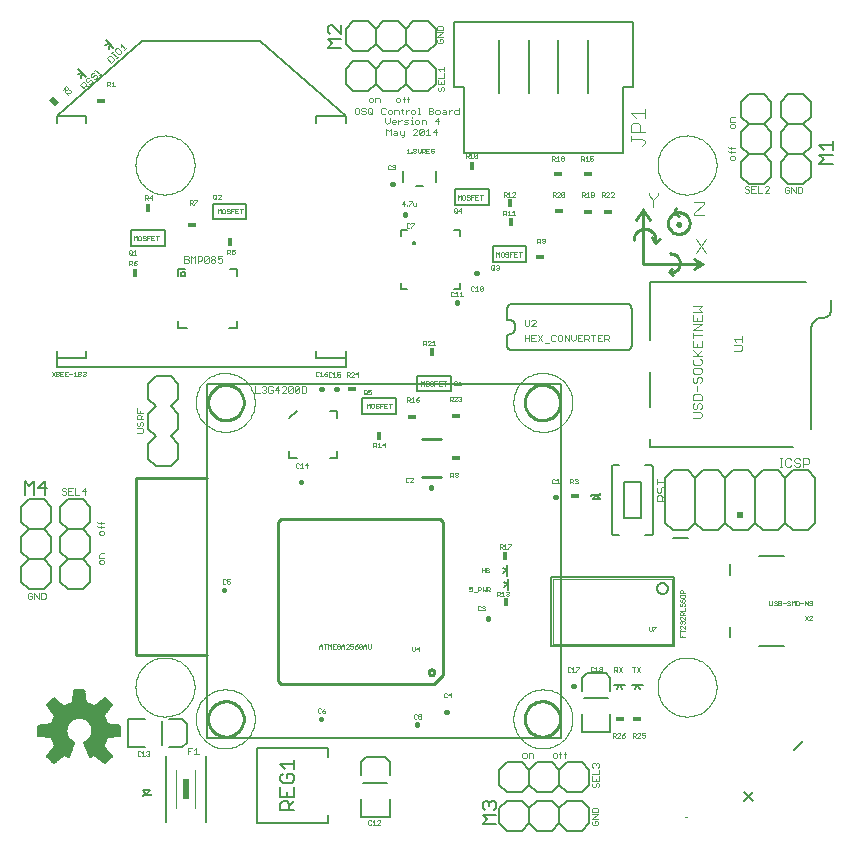
<source format=gto>
G75*
%MOIN*%
%OFA0B0*%
%FSLAX24Y24*%
%IPPOS*%
%LPD*%
%AMOC8*
5,1,8,0,0,1.08239X$1,22.5*
%
%ADD10C,0.0100*%
%ADD11C,0.0040*%
%ADD12C,0.0020*%
%ADD13C,0.0060*%
%ADD14C,0.0000*%
%ADD15C,0.0004*%
%ADD16C,0.0050*%
%ADD17C,0.0010*%
%ADD18C,0.0160*%
%ADD19R,0.0300X0.0180*%
%ADD20C,0.0087*%
%ADD21R,0.0180X0.0300*%
%ADD22C,0.0080*%
%ADD23R,0.0200X0.0200*%
%ADD24C,0.0030*%
%ADD25C,0.0070*%
%ADD26C,0.0079*%
%ADD27R,0.0160X0.0280*%
%ADD28C,0.0059*%
%ADD29C,0.0028*%
%ADD30R,0.0236X0.0709*%
%ADD31R,0.0236X0.0433*%
D10*
X005018Y006490D02*
X007380Y006490D01*
X007419Y004364D02*
X007421Y004412D01*
X007427Y004460D01*
X007437Y004507D01*
X007450Y004553D01*
X007468Y004598D01*
X007488Y004642D01*
X007513Y004684D01*
X007541Y004723D01*
X007571Y004760D01*
X007605Y004794D01*
X007642Y004826D01*
X007680Y004855D01*
X007721Y004880D01*
X007764Y004902D01*
X007809Y004920D01*
X007855Y004934D01*
X007902Y004945D01*
X007950Y004952D01*
X007998Y004955D01*
X008046Y004954D01*
X008094Y004949D01*
X008142Y004940D01*
X008188Y004928D01*
X008233Y004911D01*
X008277Y004891D01*
X008319Y004868D01*
X008359Y004841D01*
X008397Y004811D01*
X008432Y004778D01*
X008464Y004742D01*
X008494Y004704D01*
X008520Y004663D01*
X008542Y004620D01*
X008562Y004576D01*
X008577Y004531D01*
X008589Y004484D01*
X008597Y004436D01*
X008601Y004388D01*
X008601Y004340D01*
X008597Y004292D01*
X008589Y004244D01*
X008577Y004197D01*
X008562Y004152D01*
X008542Y004108D01*
X008520Y004065D01*
X008494Y004024D01*
X008464Y003986D01*
X008432Y003950D01*
X008397Y003917D01*
X008359Y003887D01*
X008319Y003860D01*
X008277Y003837D01*
X008233Y003817D01*
X008188Y003800D01*
X008142Y003788D01*
X008094Y003779D01*
X008046Y003774D01*
X007998Y003773D01*
X007950Y003776D01*
X007902Y003783D01*
X007855Y003794D01*
X007809Y003808D01*
X007764Y003826D01*
X007721Y003848D01*
X007680Y003873D01*
X007642Y003902D01*
X007605Y003934D01*
X007571Y003968D01*
X007541Y004005D01*
X007513Y004044D01*
X007488Y004086D01*
X007468Y004130D01*
X007450Y004175D01*
X007437Y004221D01*
X007427Y004268D01*
X007421Y004316D01*
X007419Y004364D01*
X009743Y005622D02*
X009743Y010937D01*
X009841Y011035D01*
X015156Y011035D01*
X015254Y010937D01*
X015254Y005819D01*
X014959Y005523D01*
X009841Y005523D01*
X009743Y005622D01*
X005018Y006490D02*
X005018Y012396D01*
X007380Y012396D01*
X007419Y014915D02*
X007421Y014963D01*
X007427Y015011D01*
X007437Y015058D01*
X007450Y015104D01*
X007468Y015149D01*
X007488Y015193D01*
X007513Y015235D01*
X007541Y015274D01*
X007571Y015311D01*
X007605Y015345D01*
X007642Y015377D01*
X007680Y015406D01*
X007721Y015431D01*
X007764Y015453D01*
X007809Y015471D01*
X007855Y015485D01*
X007902Y015496D01*
X007950Y015503D01*
X007998Y015506D01*
X008046Y015505D01*
X008094Y015500D01*
X008142Y015491D01*
X008188Y015479D01*
X008233Y015462D01*
X008277Y015442D01*
X008319Y015419D01*
X008359Y015392D01*
X008397Y015362D01*
X008432Y015329D01*
X008464Y015293D01*
X008494Y015255D01*
X008520Y015214D01*
X008542Y015171D01*
X008562Y015127D01*
X008577Y015082D01*
X008589Y015035D01*
X008597Y014987D01*
X008601Y014939D01*
X008601Y014891D01*
X008597Y014843D01*
X008589Y014795D01*
X008577Y014748D01*
X008562Y014703D01*
X008542Y014659D01*
X008520Y014616D01*
X008494Y014575D01*
X008464Y014537D01*
X008432Y014501D01*
X008397Y014468D01*
X008359Y014438D01*
X008319Y014411D01*
X008277Y014388D01*
X008233Y014368D01*
X008188Y014351D01*
X008142Y014339D01*
X008094Y014330D01*
X008046Y014325D01*
X007998Y014324D01*
X007950Y014327D01*
X007902Y014334D01*
X007855Y014345D01*
X007809Y014359D01*
X007764Y014377D01*
X007721Y014399D01*
X007680Y014424D01*
X007642Y014453D01*
X007605Y014485D01*
X007571Y014519D01*
X007541Y014556D01*
X007513Y014595D01*
X007488Y014637D01*
X007468Y014681D01*
X007450Y014726D01*
X007437Y014772D01*
X007427Y014819D01*
X007421Y014867D01*
X007419Y014915D01*
X014763Y005917D02*
X014765Y005936D01*
X014770Y005955D01*
X014780Y005971D01*
X014792Y005986D01*
X014807Y005998D01*
X014823Y006008D01*
X014842Y006013D01*
X014861Y006015D01*
X014880Y006013D01*
X014899Y006008D01*
X014915Y005998D01*
X014930Y005986D01*
X014942Y005971D01*
X014952Y005955D01*
X014957Y005936D01*
X014959Y005917D01*
X014957Y005898D01*
X014952Y005879D01*
X014942Y005863D01*
X014930Y005848D01*
X014915Y005836D01*
X014899Y005826D01*
X014880Y005821D01*
X014861Y005819D01*
X014842Y005821D01*
X014823Y005826D01*
X014807Y005836D01*
X014792Y005848D01*
X014780Y005863D01*
X014770Y005879D01*
X014765Y005898D01*
X014763Y005917D01*
X017970Y004364D02*
X017972Y004412D01*
X017978Y004460D01*
X017988Y004507D01*
X018001Y004553D01*
X018019Y004598D01*
X018039Y004642D01*
X018064Y004684D01*
X018092Y004723D01*
X018122Y004760D01*
X018156Y004794D01*
X018193Y004826D01*
X018231Y004855D01*
X018272Y004880D01*
X018315Y004902D01*
X018360Y004920D01*
X018406Y004934D01*
X018453Y004945D01*
X018501Y004952D01*
X018549Y004955D01*
X018597Y004954D01*
X018645Y004949D01*
X018693Y004940D01*
X018739Y004928D01*
X018784Y004911D01*
X018828Y004891D01*
X018870Y004868D01*
X018910Y004841D01*
X018948Y004811D01*
X018983Y004778D01*
X019015Y004742D01*
X019045Y004704D01*
X019071Y004663D01*
X019093Y004620D01*
X019113Y004576D01*
X019128Y004531D01*
X019140Y004484D01*
X019148Y004436D01*
X019152Y004388D01*
X019152Y004340D01*
X019148Y004292D01*
X019140Y004244D01*
X019128Y004197D01*
X019113Y004152D01*
X019093Y004108D01*
X019071Y004065D01*
X019045Y004024D01*
X019015Y003986D01*
X018983Y003950D01*
X018948Y003917D01*
X018910Y003887D01*
X018870Y003860D01*
X018828Y003837D01*
X018784Y003817D01*
X018739Y003800D01*
X018693Y003788D01*
X018645Y003779D01*
X018597Y003774D01*
X018549Y003773D01*
X018501Y003776D01*
X018453Y003783D01*
X018406Y003794D01*
X018360Y003808D01*
X018315Y003826D01*
X018272Y003848D01*
X018231Y003873D01*
X018193Y003902D01*
X018156Y003934D01*
X018122Y003968D01*
X018092Y004005D01*
X018064Y004044D01*
X018039Y004086D01*
X018019Y004130D01*
X018001Y004175D01*
X017988Y004221D01*
X017978Y004268D01*
X017972Y004316D01*
X017970Y004364D01*
X017970Y014915D02*
X017972Y014963D01*
X017978Y015011D01*
X017988Y015058D01*
X018001Y015104D01*
X018019Y015149D01*
X018039Y015193D01*
X018064Y015235D01*
X018092Y015274D01*
X018122Y015311D01*
X018156Y015345D01*
X018193Y015377D01*
X018231Y015406D01*
X018272Y015431D01*
X018315Y015453D01*
X018360Y015471D01*
X018406Y015485D01*
X018453Y015496D01*
X018501Y015503D01*
X018549Y015506D01*
X018597Y015505D01*
X018645Y015500D01*
X018693Y015491D01*
X018739Y015479D01*
X018784Y015462D01*
X018828Y015442D01*
X018870Y015419D01*
X018910Y015392D01*
X018948Y015362D01*
X018983Y015329D01*
X019015Y015293D01*
X019045Y015255D01*
X019071Y015214D01*
X019093Y015171D01*
X019113Y015127D01*
X019128Y015082D01*
X019140Y015035D01*
X019148Y014987D01*
X019152Y014939D01*
X019152Y014891D01*
X019148Y014843D01*
X019140Y014795D01*
X019128Y014748D01*
X019113Y014703D01*
X019093Y014659D01*
X019071Y014616D01*
X019045Y014575D01*
X019015Y014537D01*
X018983Y014501D01*
X018948Y014468D01*
X018910Y014438D01*
X018870Y014411D01*
X018828Y014388D01*
X018784Y014368D01*
X018739Y014351D01*
X018693Y014339D01*
X018645Y014330D01*
X018597Y014325D01*
X018549Y014324D01*
X018501Y014327D01*
X018453Y014334D01*
X018406Y014345D01*
X018360Y014359D01*
X018315Y014377D01*
X018272Y014399D01*
X018231Y014424D01*
X018193Y014453D01*
X018156Y014485D01*
X018122Y014519D01*
X018092Y014556D01*
X018064Y014595D01*
X018039Y014637D01*
X018019Y014681D01*
X018001Y014726D01*
X017988Y014772D01*
X017978Y014819D01*
X017972Y014867D01*
X017970Y014915D01*
X021911Y019520D02*
X023884Y019520D01*
X023599Y019359D01*
X023599Y019681D02*
X023884Y019520D01*
X023902Y019520D01*
X022863Y019353D02*
X022763Y019256D01*
X022902Y019159D01*
X022763Y019256D02*
X022798Y019250D01*
X022834Y019249D01*
X022869Y019252D01*
X022904Y019258D01*
X022938Y019269D01*
X022970Y019283D01*
X023001Y019300D01*
X023029Y019321D01*
X023055Y019345D01*
X023078Y019372D01*
X023098Y019401D01*
X023115Y019432D01*
X023128Y019465D01*
X023137Y019499D01*
X023143Y019534D01*
X023144Y019570D01*
X023141Y019605D01*
X023135Y019640D01*
X023125Y019674D01*
X023111Y019706D01*
X023093Y019737D01*
X023072Y019765D01*
X023048Y019792D01*
X023022Y019815D01*
X022992Y019835D01*
X022961Y019852D01*
X022928Y019865D01*
X022894Y019874D01*
X022859Y019879D01*
X022824Y019881D01*
X022475Y020375D02*
X022314Y020236D01*
X022214Y020436D01*
X022314Y020236D02*
X022323Y020272D01*
X022328Y020309D01*
X022329Y020346D01*
X022326Y020383D01*
X022320Y020419D01*
X022310Y020455D01*
X022296Y020489D01*
X022279Y020522D01*
X022259Y020553D01*
X022235Y020582D01*
X022209Y020608D01*
X022180Y020631D01*
X022149Y020651D01*
X022116Y020668D01*
X022082Y020682D01*
X022046Y020691D01*
X022010Y020698D01*
X021973Y020700D01*
X021936Y020699D01*
X021899Y020693D01*
X021863Y020684D01*
X021828Y020672D01*
X021795Y020656D01*
X021763Y020636D01*
X021734Y020614D01*
X021707Y020588D01*
X021683Y020560D01*
X021662Y020530D01*
X021644Y020497D01*
X021629Y020463D01*
X021618Y020428D01*
X021611Y020392D01*
X021607Y020355D01*
X021608Y020318D01*
X021672Y021011D02*
X021911Y021336D01*
X022150Y021011D01*
X021911Y021336D02*
X021911Y021354D01*
X021911Y021336D02*
X021911Y019520D01*
X023055Y020853D02*
X023057Y020866D01*
X023062Y020879D01*
X023071Y020890D01*
X023082Y020897D01*
X023095Y020902D01*
X023108Y020903D01*
X023122Y020900D01*
X023134Y020894D01*
X023144Y020885D01*
X023151Y020873D01*
X023155Y020860D01*
X023155Y020846D01*
X023151Y020833D01*
X023144Y020821D01*
X023134Y020812D01*
X023122Y020806D01*
X023108Y020803D01*
X023095Y020804D01*
X023082Y020809D01*
X023071Y020816D01*
X023062Y020827D01*
X023057Y020840D01*
X023055Y020853D01*
X022744Y020893D02*
X022746Y020931D01*
X022752Y020968D01*
X022762Y021005D01*
X022775Y021040D01*
X022792Y021073D01*
X022813Y021105D01*
X022837Y021135D01*
X022863Y021161D01*
X022893Y021185D01*
X022924Y021206D01*
X022958Y021223D01*
X022993Y021236D01*
X023030Y021246D01*
X023067Y021252D01*
X023105Y021254D01*
X023143Y021252D01*
X023180Y021246D01*
X023217Y021236D01*
X023252Y021223D01*
X023285Y021206D01*
X023317Y021185D01*
X023347Y021161D01*
X023373Y021135D01*
X023397Y021105D01*
X023418Y021074D01*
X023435Y021040D01*
X023448Y021005D01*
X023458Y020968D01*
X023464Y020931D01*
X023466Y020893D01*
X023464Y020855D01*
X023458Y020818D01*
X023448Y020781D01*
X023435Y020746D01*
X023418Y020713D01*
X023397Y020681D01*
X023373Y020651D01*
X023347Y020625D01*
X023317Y020601D01*
X023286Y020580D01*
X023252Y020563D01*
X023217Y020550D01*
X023180Y020540D01*
X023143Y020534D01*
X023105Y020532D01*
X023067Y020534D01*
X023030Y020540D01*
X022993Y020550D01*
X022958Y020563D01*
X022925Y020580D01*
X022893Y020601D01*
X022863Y020625D01*
X022837Y020651D01*
X022813Y020681D01*
X022792Y020712D01*
X022775Y020746D01*
X022762Y020781D01*
X022752Y020818D01*
X022746Y020855D01*
X022744Y020893D01*
X022944Y021232D02*
X023105Y021132D01*
X022944Y021232D02*
X023005Y021393D01*
D11*
X023625Y021229D02*
X023625Y021152D01*
X023932Y021152D01*
X023625Y021229D02*
X023932Y021536D01*
X023932Y021612D01*
X023625Y021612D01*
X022414Y021821D02*
X022414Y021898D01*
X022414Y021821D02*
X022260Y021668D01*
X022260Y021438D01*
X022260Y021668D02*
X022107Y021821D01*
X022107Y021898D01*
X021894Y023477D02*
X021971Y023554D01*
X021971Y023630D01*
X021894Y023707D01*
X021510Y023707D01*
X021510Y023630D02*
X021510Y023784D01*
X021510Y023937D02*
X021510Y024168D01*
X021587Y024244D01*
X021740Y024244D01*
X021817Y024168D01*
X021817Y023937D01*
X021971Y023937D02*
X021510Y023937D01*
X021664Y024398D02*
X021510Y024551D01*
X021971Y024551D01*
X021971Y024398D02*
X021971Y024705D01*
X023692Y020352D02*
X023999Y019891D01*
X023692Y019891D02*
X023999Y020352D01*
D12*
X025341Y021907D02*
X025304Y021943D01*
X025341Y021907D02*
X025414Y021907D01*
X025451Y021943D01*
X025451Y021980D01*
X025414Y022017D01*
X025341Y022017D01*
X025304Y022054D01*
X025304Y022090D01*
X025341Y022127D01*
X025414Y022127D01*
X025451Y022090D01*
X025525Y022127D02*
X025525Y021907D01*
X025672Y021907D01*
X025746Y021907D02*
X025893Y021907D01*
X025967Y021907D02*
X026114Y022054D01*
X026114Y022090D01*
X026077Y022127D01*
X026004Y022127D01*
X025967Y022090D01*
X025967Y021907D02*
X026114Y021907D01*
X025746Y021907D02*
X025746Y022127D01*
X025672Y022127D02*
X025525Y022127D01*
X025525Y022017D02*
X025599Y022017D01*
X026639Y022076D02*
X026639Y021929D01*
X026676Y021892D01*
X026749Y021892D01*
X026786Y021929D01*
X026786Y022003D01*
X026713Y022003D01*
X026786Y022076D02*
X026749Y022113D01*
X026676Y022113D01*
X026639Y022076D01*
X026860Y022113D02*
X027007Y021892D01*
X027007Y022113D01*
X027081Y022113D02*
X027191Y022113D01*
X027228Y022076D01*
X027228Y021929D01*
X027191Y021892D01*
X027081Y021892D01*
X027081Y022113D01*
X026860Y022113D02*
X026860Y021892D01*
X024969Y023031D02*
X024932Y022994D01*
X024858Y022994D01*
X024822Y023031D01*
X024822Y023104D01*
X024858Y023141D01*
X024932Y023141D01*
X024969Y023104D01*
X024969Y023031D01*
X024858Y023215D02*
X024858Y023288D01*
X024858Y023362D02*
X024858Y023436D01*
X024785Y023399D02*
X024748Y023436D01*
X024785Y023399D02*
X024969Y023399D01*
X024969Y023252D02*
X024785Y023252D01*
X024748Y023288D01*
X024858Y024052D02*
X024932Y024052D01*
X024969Y024089D01*
X024969Y024162D01*
X024932Y024199D01*
X024858Y024199D01*
X024822Y024162D01*
X024822Y024089D01*
X024858Y024052D01*
X024822Y024273D02*
X024822Y024383D01*
X024858Y024420D01*
X024969Y024420D01*
X024969Y024273D02*
X024822Y024273D01*
X020733Y017170D02*
X020623Y017170D01*
X020623Y016950D01*
X020623Y017023D02*
X020733Y017023D01*
X020770Y017060D01*
X020770Y017133D01*
X020733Y017170D01*
X020696Y017023D02*
X020770Y016950D01*
X020549Y016950D02*
X020402Y016950D01*
X020402Y017170D01*
X020549Y017170D01*
X020475Y017060D02*
X020402Y017060D01*
X020328Y017170D02*
X020181Y017170D01*
X020254Y017170D02*
X020254Y016950D01*
X020107Y016950D02*
X020033Y017023D01*
X020070Y017023D02*
X019960Y017023D01*
X019960Y016950D02*
X019960Y017170D01*
X020070Y017170D01*
X020107Y017133D01*
X020107Y017060D01*
X020070Y017023D01*
X019886Y016950D02*
X019739Y016950D01*
X019739Y017170D01*
X019886Y017170D01*
X019812Y017060D02*
X019739Y017060D01*
X019665Y017023D02*
X019665Y017170D01*
X019665Y017023D02*
X019591Y016950D01*
X019518Y017023D01*
X019518Y017170D01*
X019444Y017170D02*
X019444Y016950D01*
X019297Y017170D01*
X019297Y016950D01*
X019223Y016986D02*
X019186Y016950D01*
X019113Y016950D01*
X019076Y016986D01*
X019076Y017133D01*
X019113Y017170D01*
X019186Y017170D01*
X019223Y017133D01*
X019223Y016986D01*
X019002Y016986D02*
X018965Y016950D01*
X018892Y016950D01*
X018855Y016986D01*
X018855Y017133D01*
X018892Y017170D01*
X018965Y017170D01*
X019002Y017133D01*
X018781Y016913D02*
X018634Y016913D01*
X018560Y016950D02*
X018413Y017170D01*
X018339Y017170D02*
X018192Y017170D01*
X018192Y016950D01*
X018339Y016950D01*
X018413Y016950D02*
X018560Y017170D01*
X018265Y017060D02*
X018192Y017060D01*
X018118Y017060D02*
X017971Y017060D01*
X017971Y016950D02*
X017971Y017170D01*
X018118Y017170D02*
X018118Y016950D01*
X018081Y017450D02*
X018118Y017486D01*
X018118Y017670D01*
X018192Y017633D02*
X018229Y017670D01*
X018302Y017670D01*
X018339Y017633D01*
X018339Y017596D01*
X018192Y017450D01*
X018339Y017450D01*
X018081Y017450D02*
X018008Y017450D01*
X017971Y017486D01*
X017971Y017670D01*
X022370Y012372D02*
X022370Y012185D01*
X022370Y012278D02*
X022651Y012278D01*
X022604Y012096D02*
X022651Y012049D01*
X022651Y011955D01*
X022604Y011909D01*
X022651Y011819D02*
X022557Y011726D01*
X022557Y011773D02*
X022557Y011632D01*
X022651Y011632D02*
X022370Y011632D01*
X022370Y011773D01*
X022417Y011819D01*
X022511Y011819D01*
X022557Y011773D01*
X022464Y011909D02*
X022511Y011955D01*
X022511Y012049D01*
X022557Y012096D01*
X022604Y012096D01*
X022417Y012096D02*
X022370Y012049D01*
X022370Y011955D01*
X022417Y011909D01*
X022464Y011909D01*
X022883Y009036D02*
X022883Y006861D01*
X018917Y006861D01*
X018917Y009036D01*
X022883Y009036D01*
X019340Y003293D02*
X019303Y003256D01*
X019303Y003073D01*
X019267Y003183D02*
X019340Y003183D01*
X019193Y003183D02*
X019119Y003183D01*
X019045Y003183D02*
X019008Y003220D01*
X018935Y003220D01*
X018898Y003183D01*
X018898Y003109D01*
X018935Y003073D01*
X019008Y003073D01*
X019045Y003109D01*
X019045Y003183D01*
X019156Y003256D02*
X019193Y003293D01*
X019156Y003256D02*
X019156Y003073D01*
X018257Y003073D02*
X018257Y003183D01*
X018220Y003220D01*
X018110Y003220D01*
X018110Y003073D01*
X018036Y003109D02*
X018036Y003183D01*
X017999Y003220D01*
X017926Y003220D01*
X017889Y003183D01*
X017889Y003109D01*
X017926Y003073D01*
X017999Y003073D01*
X018036Y003109D01*
X020225Y002856D02*
X020225Y002783D01*
X020262Y002746D01*
X020335Y002820D02*
X020335Y002856D01*
X020372Y002893D01*
X020409Y002893D01*
X020446Y002856D01*
X020446Y002783D01*
X020409Y002746D01*
X020446Y002672D02*
X020446Y002525D01*
X020225Y002525D01*
X020225Y002451D02*
X020225Y002304D01*
X020446Y002304D01*
X020446Y002451D01*
X020335Y002378D02*
X020335Y002304D01*
X020372Y002230D02*
X020409Y002230D01*
X020446Y002193D01*
X020446Y002120D01*
X020409Y002083D01*
X020335Y002120D02*
X020335Y002193D01*
X020372Y002230D01*
X020262Y002230D02*
X020225Y002193D01*
X020225Y002120D01*
X020262Y002083D01*
X020299Y002083D01*
X020335Y002120D01*
X020382Y001407D02*
X020235Y001407D01*
X020198Y001370D01*
X020198Y001260D01*
X020418Y001260D01*
X020418Y001370D01*
X020382Y001407D01*
X020418Y001186D02*
X020198Y001186D01*
X020198Y001039D02*
X020418Y001186D01*
X020418Y001039D02*
X020198Y001039D01*
X020235Y000965D02*
X020198Y000928D01*
X020198Y000855D01*
X020235Y000818D01*
X020382Y000818D01*
X020418Y000855D01*
X020418Y000928D01*
X020382Y000965D01*
X020308Y000965D01*
X020308Y000892D01*
X020335Y002856D02*
X020299Y002893D01*
X020262Y002893D01*
X020225Y002856D01*
X010640Y015230D02*
X010677Y015267D01*
X010677Y015414D01*
X010640Y015450D01*
X010530Y015450D01*
X010530Y015230D01*
X010640Y015230D01*
X010456Y015267D02*
X010419Y015230D01*
X010346Y015230D01*
X010309Y015267D01*
X010456Y015414D01*
X010456Y015267D01*
X010456Y015414D02*
X010419Y015450D01*
X010346Y015450D01*
X010309Y015414D01*
X010309Y015267D01*
X010235Y015267D02*
X010198Y015230D01*
X010125Y015230D01*
X010088Y015267D01*
X010235Y015414D01*
X010235Y015267D01*
X010235Y015414D02*
X010198Y015450D01*
X010125Y015450D01*
X010088Y015414D01*
X010088Y015267D01*
X010014Y015230D02*
X009867Y015230D01*
X010014Y015377D01*
X010014Y015414D01*
X009977Y015450D01*
X009904Y015450D01*
X009867Y015414D01*
X009793Y015340D02*
X009646Y015340D01*
X009756Y015450D01*
X009756Y015230D01*
X009572Y015267D02*
X009572Y015340D01*
X009498Y015340D01*
X009425Y015267D02*
X009462Y015230D01*
X009535Y015230D01*
X009572Y015267D01*
X009572Y015414D02*
X009535Y015450D01*
X009462Y015450D01*
X009425Y015414D01*
X009425Y015267D01*
X009351Y015267D02*
X009314Y015230D01*
X009241Y015230D01*
X009204Y015267D01*
X009130Y015230D02*
X008983Y015230D01*
X008983Y015450D01*
X009204Y015414D02*
X009241Y015450D01*
X009314Y015450D01*
X009351Y015414D01*
X009351Y015377D01*
X009314Y015340D01*
X009351Y015304D01*
X009351Y015267D01*
X009314Y015340D02*
X009277Y015340D01*
X007840Y019571D02*
X007767Y019571D01*
X007730Y019607D01*
X007730Y019681D02*
X007804Y019717D01*
X007840Y019717D01*
X007877Y019681D01*
X007877Y019607D01*
X007840Y019571D01*
X007730Y019681D02*
X007730Y019791D01*
X007877Y019791D01*
X007656Y019754D02*
X007656Y019717D01*
X007619Y019681D01*
X007546Y019681D01*
X007509Y019717D01*
X007509Y019754D01*
X007546Y019791D01*
X007619Y019791D01*
X007656Y019754D01*
X007619Y019681D02*
X007656Y019644D01*
X007656Y019607D01*
X007619Y019571D01*
X007546Y019571D01*
X007509Y019607D01*
X007509Y019644D01*
X007546Y019681D01*
X007435Y019754D02*
X007288Y019607D01*
X007325Y019571D01*
X007398Y019571D01*
X007435Y019607D01*
X007435Y019754D01*
X007398Y019791D01*
X007325Y019791D01*
X007288Y019754D01*
X007288Y019607D01*
X007214Y019681D02*
X007178Y019644D01*
X007067Y019644D01*
X007067Y019571D02*
X007067Y019791D01*
X007178Y019791D01*
X007214Y019754D01*
X007214Y019681D01*
X006993Y019791D02*
X006993Y019571D01*
X006846Y019571D02*
X006846Y019791D01*
X006920Y019717D01*
X006993Y019791D01*
X006772Y019754D02*
X006772Y019717D01*
X006736Y019681D01*
X006625Y019681D01*
X006625Y019791D02*
X006736Y019791D01*
X006772Y019754D01*
X006736Y019681D02*
X006772Y019644D01*
X006772Y019607D01*
X006736Y019571D01*
X006625Y019571D01*
X006625Y019791D01*
X005041Y014717D02*
X005041Y014571D01*
X005261Y014571D01*
X005261Y014496D02*
X005187Y014423D01*
X005187Y014460D02*
X005187Y014350D01*
X005261Y014350D02*
X005041Y014350D01*
X005041Y014460D01*
X005077Y014496D01*
X005151Y014496D01*
X005187Y014460D01*
X005151Y014571D02*
X005151Y014644D01*
X005187Y014275D02*
X005151Y014239D01*
X005151Y014165D01*
X005114Y014129D01*
X005077Y014129D01*
X005041Y014165D01*
X005041Y014239D01*
X005077Y014275D01*
X005187Y014275D02*
X005224Y014275D01*
X005261Y014239D01*
X005261Y014165D01*
X005224Y014129D01*
X005224Y014055D02*
X005041Y014055D01*
X005041Y013908D02*
X005224Y013908D01*
X005261Y013944D01*
X005261Y014018D01*
X005224Y014055D01*
X003350Y011951D02*
X003203Y011951D01*
X003313Y012061D01*
X003313Y011841D01*
X003129Y011841D02*
X002982Y011841D01*
X002982Y012061D01*
X002908Y012061D02*
X002761Y012061D01*
X002761Y011841D01*
X002908Y011841D01*
X002835Y011951D02*
X002761Y011951D01*
X002687Y011914D02*
X002687Y011878D01*
X002650Y011841D01*
X002577Y011841D01*
X002540Y011878D01*
X002577Y011951D02*
X002650Y011951D01*
X002687Y011914D01*
X002687Y012024D02*
X002650Y012061D01*
X002577Y012061D01*
X002540Y012024D01*
X002540Y011988D01*
X002577Y011951D01*
X003721Y010940D02*
X003758Y010903D01*
X003941Y010903D01*
X003831Y010866D02*
X003831Y010940D01*
X003831Y010792D02*
X003831Y010719D01*
X003831Y010645D02*
X003794Y010608D01*
X003794Y010534D01*
X003831Y010498D01*
X003904Y010498D01*
X003941Y010534D01*
X003941Y010608D01*
X003904Y010645D01*
X003831Y010645D01*
X003758Y010755D02*
X003721Y010792D01*
X003758Y010755D02*
X003941Y010755D01*
X003941Y009881D02*
X003831Y009881D01*
X003794Y009845D01*
X003794Y009735D01*
X003941Y009735D01*
X003904Y009660D02*
X003831Y009660D01*
X003794Y009624D01*
X003794Y009550D01*
X003831Y009514D01*
X003904Y009514D01*
X003941Y009550D01*
X003941Y009624D01*
X003904Y009660D01*
X001996Y008535D02*
X001996Y008388D01*
X001960Y008351D01*
X001850Y008351D01*
X001850Y008572D01*
X001960Y008572D01*
X001996Y008535D01*
X001775Y008572D02*
X001775Y008351D01*
X001629Y008572D01*
X001629Y008351D01*
X001554Y008388D02*
X001554Y008461D01*
X001481Y008461D01*
X001408Y008388D02*
X001444Y008351D01*
X001518Y008351D01*
X001554Y008388D01*
X001408Y008388D02*
X001408Y008535D01*
X001444Y008572D01*
X001518Y008572D01*
X001554Y008535D01*
X006735Y003411D02*
X006882Y003411D01*
X006956Y003338D02*
X007029Y003411D01*
X007029Y003191D01*
X006956Y003191D02*
X007103Y003191D01*
X006808Y003301D02*
X006735Y003301D01*
X006735Y003191D02*
X006735Y003411D01*
X013356Y023827D02*
X013356Y024047D01*
X013430Y023974D01*
X013503Y024047D01*
X013503Y023827D01*
X013577Y023864D02*
X013614Y023901D01*
X013724Y023901D01*
X013724Y023937D02*
X013724Y023827D01*
X013614Y023827D01*
X013577Y023864D01*
X013614Y023974D02*
X013687Y023974D01*
X013724Y023937D01*
X013798Y023974D02*
X013798Y023864D01*
X013835Y023827D01*
X013945Y023827D01*
X013945Y023791D02*
X013908Y023754D01*
X013872Y023754D01*
X013945Y023791D02*
X013945Y023974D01*
X013943Y024187D02*
X014053Y024187D01*
X014090Y024224D01*
X014053Y024261D01*
X013980Y024261D01*
X013943Y024297D01*
X013980Y024334D01*
X014090Y024334D01*
X014164Y024334D02*
X014201Y024334D01*
X014201Y024187D01*
X014237Y024187D02*
X014164Y024187D01*
X014311Y024224D02*
X014348Y024187D01*
X014421Y024187D01*
X014458Y024224D01*
X014458Y024297D01*
X014421Y024334D01*
X014348Y024334D01*
X014311Y024297D01*
X014311Y024224D01*
X014277Y024047D02*
X014350Y024047D01*
X014387Y024011D01*
X014387Y023974D01*
X014240Y023827D01*
X014387Y023827D01*
X014461Y023864D02*
X014608Y024011D01*
X014608Y023864D01*
X014571Y023827D01*
X014498Y023827D01*
X014461Y023864D01*
X014461Y024011D01*
X014498Y024047D01*
X014571Y024047D01*
X014608Y024011D01*
X014682Y023974D02*
X014756Y024047D01*
X014756Y023827D01*
X014829Y023827D02*
X014682Y023827D01*
X014903Y023937D02*
X015050Y023937D01*
X015013Y023827D02*
X015013Y024047D01*
X014903Y023937D01*
X015084Y024187D02*
X015084Y024407D01*
X014974Y024297D01*
X015121Y024297D01*
X015101Y024527D02*
X015138Y024563D01*
X015138Y024637D01*
X015101Y024673D01*
X015028Y024673D01*
X014991Y024637D01*
X014991Y024563D01*
X015028Y024527D01*
X015101Y024527D01*
X015212Y024563D02*
X015249Y024600D01*
X015359Y024600D01*
X015359Y024637D02*
X015359Y024527D01*
X015249Y024527D01*
X015212Y024563D01*
X015249Y024673D02*
X015322Y024673D01*
X015359Y024637D01*
X015433Y024673D02*
X015433Y024527D01*
X015433Y024600D02*
X015507Y024673D01*
X015543Y024673D01*
X015617Y024637D02*
X015654Y024673D01*
X015764Y024673D01*
X015764Y024747D02*
X015764Y024527D01*
X015654Y024527D01*
X015617Y024563D01*
X015617Y024637D01*
X015255Y025300D02*
X015292Y025337D01*
X015292Y025411D01*
X015255Y025447D01*
X015219Y025447D01*
X015182Y025411D01*
X015182Y025337D01*
X015145Y025300D01*
X015109Y025300D01*
X015072Y025337D01*
X015072Y025411D01*
X015109Y025447D01*
X015072Y025521D02*
X015292Y025521D01*
X015292Y025668D01*
X015292Y025742D02*
X015292Y025889D01*
X015292Y025963D02*
X015292Y026110D01*
X015292Y026037D02*
X015072Y026037D01*
X015145Y025963D01*
X015072Y025742D02*
X015292Y025742D01*
X015182Y025595D02*
X015182Y025521D01*
X015072Y025521D02*
X015072Y025668D01*
X014880Y024747D02*
X014917Y024710D01*
X014917Y024673D01*
X014880Y024637D01*
X014770Y024637D01*
X014770Y024527D02*
X014770Y024747D01*
X014880Y024747D01*
X014880Y024637D02*
X014917Y024600D01*
X014917Y024563D01*
X014880Y024527D01*
X014770Y024527D01*
X014642Y024334D02*
X014532Y024334D01*
X014532Y024187D01*
X014679Y024187D02*
X014679Y024297D01*
X014642Y024334D01*
X014475Y024527D02*
X014402Y024527D01*
X014439Y024527D02*
X014439Y024747D01*
X014402Y024747D01*
X014328Y024637D02*
X014291Y024673D01*
X014218Y024673D01*
X014181Y024637D01*
X014181Y024563D01*
X014218Y024527D01*
X014291Y024527D01*
X014328Y024563D01*
X014328Y024637D01*
X014107Y024673D02*
X014070Y024673D01*
X013997Y024600D01*
X013997Y024527D02*
X013997Y024673D01*
X013923Y024673D02*
X013850Y024673D01*
X013886Y024710D02*
X013886Y024563D01*
X013923Y024527D01*
X013775Y024527D02*
X013775Y024637D01*
X013739Y024673D01*
X013629Y024673D01*
X013629Y024527D01*
X013554Y024563D02*
X013554Y024637D01*
X013518Y024673D01*
X013444Y024673D01*
X013408Y024637D01*
X013408Y024563D01*
X013444Y024527D01*
X013518Y024527D01*
X013554Y024563D01*
X013464Y024407D02*
X013464Y024261D01*
X013390Y024187D01*
X013317Y024261D01*
X013317Y024407D01*
X013297Y024527D02*
X013333Y024563D01*
X013297Y024527D02*
X013223Y024527D01*
X013187Y024563D01*
X013187Y024710D01*
X013223Y024747D01*
X013297Y024747D01*
X013333Y024710D01*
X013139Y024923D02*
X013139Y025033D01*
X013102Y025070D01*
X012992Y025070D01*
X012992Y024923D01*
X012918Y024960D02*
X012918Y025033D01*
X012881Y025070D01*
X012808Y025070D01*
X012771Y025033D01*
X012771Y024960D01*
X012808Y024923D01*
X012881Y024923D01*
X012918Y024960D01*
X012855Y024747D02*
X012891Y024710D01*
X012891Y024563D01*
X012855Y024527D01*
X012781Y024527D01*
X012745Y024563D01*
X012745Y024710D01*
X012781Y024747D01*
X012855Y024747D01*
X012818Y024600D02*
X012891Y024527D01*
X012670Y024563D02*
X012634Y024527D01*
X012560Y024527D01*
X012524Y024563D01*
X012449Y024563D02*
X012449Y024710D01*
X012413Y024747D01*
X012339Y024747D01*
X012303Y024710D01*
X012303Y024563D01*
X012339Y024527D01*
X012413Y024527D01*
X012449Y024563D01*
X012524Y024673D02*
X012560Y024637D01*
X012634Y024637D01*
X012670Y024600D01*
X012670Y024563D01*
X012670Y024710D02*
X012634Y024747D01*
X012560Y024747D01*
X012524Y024710D01*
X012524Y024673D01*
X013538Y024297D02*
X013575Y024334D01*
X013648Y024334D01*
X013685Y024297D01*
X013685Y024261D01*
X013538Y024261D01*
X013538Y024297D02*
X013538Y024224D01*
X013575Y024187D01*
X013648Y024187D01*
X013759Y024187D02*
X013759Y024334D01*
X013832Y024334D02*
X013869Y024334D01*
X013832Y024334D02*
X013759Y024261D01*
X014201Y024407D02*
X014201Y024444D01*
X014277Y024047D02*
X014240Y024011D01*
X014087Y024923D02*
X014087Y025107D01*
X014123Y025143D01*
X014123Y025033D02*
X014050Y025033D01*
X013976Y025033D02*
X013903Y025033D01*
X013829Y025033D02*
X013792Y025070D01*
X013718Y025070D01*
X013682Y025033D01*
X013682Y024960D01*
X013718Y024923D01*
X013792Y024923D01*
X013829Y024960D01*
X013829Y025033D01*
X013939Y025107D02*
X013939Y024923D01*
X013939Y025107D02*
X013976Y025143D01*
X015077Y026881D02*
X015224Y026881D01*
X015261Y026918D01*
X015261Y026991D01*
X015224Y027028D01*
X015151Y027028D01*
X015151Y026955D01*
X015077Y027028D02*
X015041Y026991D01*
X015041Y026918D01*
X015077Y026881D01*
X015041Y027102D02*
X015261Y027249D01*
X015041Y027249D01*
X015041Y027323D02*
X015041Y027433D01*
X015077Y027470D01*
X015224Y027470D01*
X015261Y027433D01*
X015261Y027323D01*
X015041Y027323D01*
X015041Y027102D02*
X015261Y027102D01*
X004709Y026760D02*
X004605Y026656D01*
X004657Y026708D02*
X004501Y026864D01*
X004501Y026760D01*
X004423Y026733D02*
X004371Y026733D01*
X004319Y026681D01*
X004319Y026630D01*
X004423Y026526D01*
X004475Y026526D01*
X004527Y026578D01*
X004527Y026630D01*
X004423Y026733D01*
X004241Y026603D02*
X004189Y026551D01*
X004215Y026577D02*
X004371Y026422D01*
X004345Y026396D02*
X004397Y026447D01*
X004266Y026369D02*
X004163Y026473D01*
X004111Y026473D01*
X004033Y026395D01*
X004189Y026239D01*
X004266Y026317D01*
X004266Y026369D01*
X003834Y025874D02*
X003782Y025822D01*
X003808Y025848D02*
X003652Y026003D01*
X003626Y025977D02*
X003678Y026029D01*
X003599Y025899D02*
X003548Y025899D01*
X003496Y025847D01*
X003496Y025795D01*
X003522Y025769D01*
X003573Y025769D01*
X003625Y025821D01*
X003677Y025821D01*
X003703Y025795D01*
X003703Y025743D01*
X003651Y025691D01*
X003599Y025691D01*
X003547Y025639D02*
X003547Y025587D01*
X003495Y025535D01*
X003443Y025535D01*
X003417Y025613D02*
X003469Y025665D01*
X003521Y025665D01*
X003547Y025639D01*
X003417Y025613D02*
X003365Y025613D01*
X003339Y025639D01*
X003339Y025691D01*
X003391Y025743D01*
X003443Y025743D01*
X003287Y025586D02*
X003339Y025535D01*
X003339Y025483D01*
X003261Y025405D01*
X003313Y025457D02*
X003417Y025457D01*
X003313Y025353D02*
X003157Y025509D01*
X003235Y025586D01*
X003287Y025586D01*
D13*
X004857Y020656D02*
X005977Y020656D01*
X005977Y020136D01*
X004857Y020136D01*
X004857Y020656D01*
X007573Y021025D02*
X007573Y021545D01*
X008693Y021545D01*
X008693Y021025D01*
X007573Y021025D01*
X012002Y025547D02*
X012252Y025297D01*
X012752Y025297D01*
X013002Y025547D01*
X013252Y025297D01*
X013752Y025297D01*
X014002Y025547D01*
X014252Y025297D01*
X014752Y025297D01*
X015002Y025547D01*
X015002Y026047D01*
X014752Y026297D01*
X014252Y026297D01*
X014002Y026047D01*
X014002Y025547D01*
X014002Y026047D02*
X013752Y026297D01*
X013252Y026297D01*
X013002Y026047D01*
X013002Y025547D01*
X013002Y026047D02*
X012752Y026297D01*
X012252Y026297D01*
X012002Y026047D01*
X012002Y025547D01*
X012248Y026622D02*
X011998Y026872D01*
X011998Y027372D01*
X012248Y027622D01*
X012748Y027622D01*
X012998Y027372D01*
X013248Y027622D01*
X013748Y027622D01*
X013998Y027372D01*
X014248Y027622D01*
X014748Y027622D01*
X014998Y027372D01*
X014998Y026872D01*
X014748Y026622D01*
X014248Y026622D01*
X013998Y026872D01*
X013748Y026622D01*
X013248Y026622D01*
X012998Y026872D01*
X012748Y026622D01*
X012248Y026622D01*
X012998Y026872D02*
X012998Y027372D01*
X013998Y027372D02*
X013998Y026872D01*
X015659Y022020D02*
X016779Y022020D01*
X016779Y021500D01*
X015659Y021500D01*
X015659Y022020D01*
X016909Y020115D02*
X018029Y020115D01*
X018029Y019595D01*
X016909Y019595D01*
X016909Y020115D01*
X015508Y015803D02*
X014388Y015803D01*
X014388Y015283D01*
X015508Y015283D01*
X015508Y015803D01*
X013680Y015063D02*
X013680Y014543D01*
X012560Y014543D01*
X012560Y015063D01*
X013680Y015063D01*
X018853Y009100D02*
X022947Y009100D01*
X022947Y006797D01*
X018853Y006797D01*
X018853Y009100D01*
X022382Y008716D02*
X022384Y008742D01*
X022390Y008768D01*
X022399Y008793D01*
X022412Y008816D01*
X022428Y008837D01*
X022447Y008855D01*
X022469Y008871D01*
X022492Y008883D01*
X022517Y008891D01*
X022543Y008896D01*
X022570Y008897D01*
X022596Y008894D01*
X022621Y008887D01*
X022646Y008877D01*
X022668Y008863D01*
X022689Y008846D01*
X022706Y008827D01*
X022721Y008805D01*
X022732Y008781D01*
X022740Y008755D01*
X022744Y008729D01*
X022744Y008703D01*
X022740Y008677D01*
X022732Y008651D01*
X022721Y008627D01*
X022706Y008605D01*
X022689Y008586D01*
X022668Y008569D01*
X022646Y008555D01*
X022621Y008545D01*
X022596Y008538D01*
X022570Y008535D01*
X022543Y008536D01*
X022517Y008541D01*
X022492Y008549D01*
X022469Y008561D01*
X022447Y008577D01*
X022428Y008595D01*
X022412Y008616D01*
X022399Y008639D01*
X022390Y008664D01*
X022384Y008690D01*
X022382Y008716D01*
X022912Y010658D02*
X022662Y010908D01*
X022662Y012408D01*
X022912Y012658D01*
X023412Y012658D01*
X023662Y012408D01*
X023662Y010908D01*
X023912Y010658D01*
X024412Y010658D01*
X024662Y010908D01*
X024662Y012408D01*
X024912Y012658D01*
X025412Y012658D01*
X025662Y012408D01*
X025662Y010908D01*
X025912Y010658D01*
X026412Y010658D01*
X026662Y010908D01*
X026912Y010658D01*
X027412Y010658D01*
X027662Y010908D01*
X027662Y012408D01*
X027412Y012658D01*
X026912Y012658D01*
X026662Y012408D01*
X026662Y010908D01*
X025662Y010908D02*
X025412Y010658D01*
X024912Y010658D01*
X024662Y010908D01*
X023662Y010908D02*
X023412Y010658D01*
X022912Y010658D01*
X023662Y012408D02*
X023912Y012658D01*
X024412Y012658D01*
X024662Y012408D01*
X025662Y012408D02*
X025912Y012658D01*
X026412Y012658D01*
X026662Y012408D01*
X027235Y003637D02*
X026933Y003335D01*
X025582Y001944D02*
X025280Y001643D01*
X025280Y001944D02*
X025582Y001643D01*
X020117Y001387D02*
X020117Y000887D01*
X019867Y000637D01*
X019367Y000637D01*
X019117Y000887D01*
X018867Y000637D01*
X018367Y000637D01*
X018117Y000887D01*
X017867Y000637D01*
X017367Y000637D01*
X017117Y000887D01*
X017117Y001387D01*
X017367Y001637D01*
X017867Y001637D01*
X018117Y001387D01*
X018367Y001637D01*
X018867Y001637D01*
X019117Y001387D01*
X019367Y001637D01*
X019867Y001637D01*
X020117Y001387D01*
X019867Y001922D02*
X019367Y001922D01*
X019117Y002172D01*
X018867Y001922D01*
X018367Y001922D01*
X018117Y002172D01*
X017867Y001922D01*
X017367Y001922D01*
X017117Y002172D01*
X017117Y002672D01*
X017367Y002922D01*
X017867Y002922D01*
X018117Y002672D01*
X018367Y002922D01*
X018867Y002922D01*
X019117Y002672D01*
X019367Y002922D01*
X019867Y002922D01*
X020117Y002672D01*
X020117Y002172D01*
X019867Y001922D01*
X019117Y002172D02*
X019117Y002672D01*
X018117Y002672D02*
X018117Y002172D01*
X018117Y001387D02*
X018117Y000887D01*
X019117Y000887D02*
X019117Y001387D01*
X003487Y008943D02*
X003487Y009443D01*
X003237Y009693D01*
X003487Y009943D01*
X003487Y010443D01*
X003237Y010693D01*
X003487Y010943D01*
X003487Y011443D01*
X003237Y011693D01*
X002737Y011693D01*
X002487Y011443D01*
X002487Y010943D01*
X002737Y010693D01*
X003237Y010693D01*
X002737Y010693D02*
X002487Y010443D01*
X002487Y009943D01*
X002737Y009693D01*
X003237Y009693D01*
X002737Y009693D02*
X002487Y009443D01*
X002487Y008943D01*
X002737Y008693D01*
X003237Y008693D01*
X003487Y008943D01*
X002187Y008943D02*
X002187Y009443D01*
X001937Y009693D01*
X002187Y009943D01*
X002187Y010443D01*
X001937Y010693D01*
X002187Y010943D01*
X002187Y011443D01*
X001937Y011693D01*
X001437Y011693D01*
X001187Y011443D01*
X001187Y010943D01*
X001437Y010693D01*
X001937Y010693D01*
X001437Y010693D02*
X001187Y010443D01*
X001187Y009943D01*
X001437Y009693D01*
X001937Y009693D01*
X001437Y009693D02*
X001187Y009443D01*
X001187Y008943D01*
X001437Y008693D01*
X001937Y008693D01*
X002187Y008943D01*
X025183Y022446D02*
X025183Y022946D01*
X025433Y023196D01*
X025183Y023446D01*
X025183Y023946D01*
X025433Y024196D01*
X025183Y024446D01*
X025183Y024946D01*
X025433Y025196D01*
X025933Y025196D01*
X026183Y024946D01*
X026183Y024446D01*
X025933Y024196D01*
X026183Y023946D01*
X026183Y023446D01*
X025933Y023196D01*
X026183Y022946D01*
X026183Y022446D01*
X025933Y022196D01*
X025433Y022196D01*
X025183Y022446D01*
X025433Y023196D02*
X025933Y023196D01*
X026502Y022946D02*
X026502Y022446D01*
X026752Y022196D01*
X027252Y022196D01*
X027502Y022446D01*
X027502Y022946D01*
X027252Y023196D01*
X027502Y023446D01*
X027502Y023946D01*
X027252Y024196D01*
X027502Y024446D01*
X027502Y024946D01*
X027252Y025196D01*
X026752Y025196D01*
X026502Y024946D01*
X026502Y024446D01*
X026752Y024196D01*
X027252Y024196D01*
X026752Y024196D02*
X026502Y023946D01*
X026502Y023446D01*
X026752Y023196D01*
X027252Y023196D01*
X026752Y023196D02*
X026502Y022946D01*
X025933Y024196D02*
X025433Y024196D01*
D14*
X023380Y001098D02*
X023302Y001098D01*
D15*
X022396Y005429D02*
X022398Y005491D01*
X022404Y005554D01*
X022414Y005615D01*
X022428Y005676D01*
X022445Y005736D01*
X022466Y005795D01*
X022492Y005852D01*
X022520Y005907D01*
X022552Y005961D01*
X022588Y006012D01*
X022626Y006062D01*
X022668Y006108D01*
X022712Y006152D01*
X022760Y006193D01*
X022809Y006231D01*
X022861Y006265D01*
X022915Y006296D01*
X022971Y006324D01*
X023029Y006348D01*
X023088Y006369D01*
X023148Y006385D01*
X023209Y006398D01*
X023271Y006407D01*
X023333Y006412D01*
X023396Y006413D01*
X023458Y006410D01*
X023520Y006403D01*
X023582Y006392D01*
X023642Y006377D01*
X023702Y006359D01*
X023760Y006337D01*
X023817Y006311D01*
X023872Y006281D01*
X023925Y006248D01*
X023976Y006212D01*
X024024Y006173D01*
X024070Y006130D01*
X024113Y006085D01*
X024153Y006037D01*
X024190Y005987D01*
X024224Y005934D01*
X024255Y005880D01*
X024281Y005824D01*
X024305Y005766D01*
X024324Y005706D01*
X024340Y005646D01*
X024352Y005584D01*
X024360Y005523D01*
X024364Y005460D01*
X024364Y005398D01*
X024360Y005335D01*
X024352Y005274D01*
X024340Y005212D01*
X024324Y005152D01*
X024305Y005092D01*
X024281Y005034D01*
X024255Y004978D01*
X024224Y004924D01*
X024190Y004871D01*
X024153Y004821D01*
X024113Y004773D01*
X024070Y004728D01*
X024024Y004685D01*
X023976Y004646D01*
X023925Y004610D01*
X023872Y004577D01*
X023817Y004547D01*
X023760Y004521D01*
X023702Y004499D01*
X023642Y004481D01*
X023582Y004466D01*
X023520Y004455D01*
X023458Y004448D01*
X023396Y004445D01*
X023333Y004446D01*
X023271Y004451D01*
X023209Y004460D01*
X023148Y004473D01*
X023088Y004489D01*
X023029Y004510D01*
X022971Y004534D01*
X022915Y004562D01*
X022861Y004593D01*
X022809Y004627D01*
X022760Y004665D01*
X022712Y004706D01*
X022668Y004750D01*
X022626Y004796D01*
X022588Y004846D01*
X022552Y004897D01*
X022520Y004951D01*
X022492Y005006D01*
X022466Y005063D01*
X022445Y005122D01*
X022428Y005182D01*
X022414Y005243D01*
X022404Y005304D01*
X022398Y005367D01*
X022396Y005429D01*
X017593Y004366D02*
X017595Y004428D01*
X017601Y004491D01*
X017611Y004552D01*
X017625Y004613D01*
X017642Y004673D01*
X017663Y004732D01*
X017689Y004789D01*
X017717Y004844D01*
X017749Y004898D01*
X017785Y004949D01*
X017823Y004999D01*
X017865Y005045D01*
X017909Y005089D01*
X017957Y005130D01*
X018006Y005168D01*
X018058Y005202D01*
X018112Y005233D01*
X018168Y005261D01*
X018226Y005285D01*
X018285Y005306D01*
X018345Y005322D01*
X018406Y005335D01*
X018468Y005344D01*
X018530Y005349D01*
X018593Y005350D01*
X018655Y005347D01*
X018717Y005340D01*
X018779Y005329D01*
X018839Y005314D01*
X018899Y005296D01*
X018957Y005274D01*
X019014Y005248D01*
X019069Y005218D01*
X019122Y005185D01*
X019173Y005149D01*
X019221Y005110D01*
X019267Y005067D01*
X019310Y005022D01*
X019350Y004974D01*
X019387Y004924D01*
X019421Y004871D01*
X019452Y004817D01*
X019478Y004761D01*
X019502Y004703D01*
X019521Y004643D01*
X019537Y004583D01*
X019549Y004521D01*
X019557Y004460D01*
X019561Y004397D01*
X019561Y004335D01*
X019557Y004272D01*
X019549Y004211D01*
X019537Y004149D01*
X019521Y004089D01*
X019502Y004029D01*
X019478Y003971D01*
X019452Y003915D01*
X019421Y003861D01*
X019387Y003808D01*
X019350Y003758D01*
X019310Y003710D01*
X019267Y003665D01*
X019221Y003622D01*
X019173Y003583D01*
X019122Y003547D01*
X019069Y003514D01*
X019014Y003484D01*
X018957Y003458D01*
X018899Y003436D01*
X018839Y003418D01*
X018779Y003403D01*
X018717Y003392D01*
X018655Y003385D01*
X018593Y003382D01*
X018530Y003383D01*
X018468Y003388D01*
X018406Y003397D01*
X018345Y003410D01*
X018285Y003426D01*
X018226Y003447D01*
X018168Y003471D01*
X018112Y003499D01*
X018058Y003530D01*
X018006Y003564D01*
X017957Y003602D01*
X017909Y003643D01*
X017865Y003687D01*
X017823Y003733D01*
X017785Y003783D01*
X017749Y003834D01*
X017717Y003888D01*
X017689Y003943D01*
X017663Y004000D01*
X017642Y004059D01*
X017625Y004119D01*
X017611Y004180D01*
X017601Y004241D01*
X017595Y004304D01*
X017593Y004366D01*
X017593Y014917D02*
X017595Y014979D01*
X017601Y015042D01*
X017611Y015103D01*
X017625Y015164D01*
X017642Y015224D01*
X017663Y015283D01*
X017689Y015340D01*
X017717Y015395D01*
X017749Y015449D01*
X017785Y015500D01*
X017823Y015550D01*
X017865Y015596D01*
X017909Y015640D01*
X017957Y015681D01*
X018006Y015719D01*
X018058Y015753D01*
X018112Y015784D01*
X018168Y015812D01*
X018226Y015836D01*
X018285Y015857D01*
X018345Y015873D01*
X018406Y015886D01*
X018468Y015895D01*
X018530Y015900D01*
X018593Y015901D01*
X018655Y015898D01*
X018717Y015891D01*
X018779Y015880D01*
X018839Y015865D01*
X018899Y015847D01*
X018957Y015825D01*
X019014Y015799D01*
X019069Y015769D01*
X019122Y015736D01*
X019173Y015700D01*
X019221Y015661D01*
X019267Y015618D01*
X019310Y015573D01*
X019350Y015525D01*
X019387Y015475D01*
X019421Y015422D01*
X019452Y015368D01*
X019478Y015312D01*
X019502Y015254D01*
X019521Y015194D01*
X019537Y015134D01*
X019549Y015072D01*
X019557Y015011D01*
X019561Y014948D01*
X019561Y014886D01*
X019557Y014823D01*
X019549Y014762D01*
X019537Y014700D01*
X019521Y014640D01*
X019502Y014580D01*
X019478Y014522D01*
X019452Y014466D01*
X019421Y014412D01*
X019387Y014359D01*
X019350Y014309D01*
X019310Y014261D01*
X019267Y014216D01*
X019221Y014173D01*
X019173Y014134D01*
X019122Y014098D01*
X019069Y014065D01*
X019014Y014035D01*
X018957Y014009D01*
X018899Y013987D01*
X018839Y013969D01*
X018779Y013954D01*
X018717Y013943D01*
X018655Y013936D01*
X018593Y013933D01*
X018530Y013934D01*
X018468Y013939D01*
X018406Y013948D01*
X018345Y013961D01*
X018285Y013977D01*
X018226Y013998D01*
X018168Y014022D01*
X018112Y014050D01*
X018058Y014081D01*
X018006Y014115D01*
X017957Y014153D01*
X017909Y014194D01*
X017865Y014238D01*
X017823Y014284D01*
X017785Y014334D01*
X017749Y014385D01*
X017717Y014439D01*
X017689Y014494D01*
X017663Y014551D01*
X017642Y014610D01*
X017625Y014670D01*
X017611Y014731D01*
X017601Y014792D01*
X017595Y014855D01*
X017593Y014917D01*
X022396Y022830D02*
X022398Y022892D01*
X022404Y022955D01*
X022414Y023016D01*
X022428Y023077D01*
X022445Y023137D01*
X022466Y023196D01*
X022492Y023253D01*
X022520Y023308D01*
X022552Y023362D01*
X022588Y023413D01*
X022626Y023463D01*
X022668Y023509D01*
X022712Y023553D01*
X022760Y023594D01*
X022809Y023632D01*
X022861Y023666D01*
X022915Y023697D01*
X022971Y023725D01*
X023029Y023749D01*
X023088Y023770D01*
X023148Y023786D01*
X023209Y023799D01*
X023271Y023808D01*
X023333Y023813D01*
X023396Y023814D01*
X023458Y023811D01*
X023520Y023804D01*
X023582Y023793D01*
X023642Y023778D01*
X023702Y023760D01*
X023760Y023738D01*
X023817Y023712D01*
X023872Y023682D01*
X023925Y023649D01*
X023976Y023613D01*
X024024Y023574D01*
X024070Y023531D01*
X024113Y023486D01*
X024153Y023438D01*
X024190Y023388D01*
X024224Y023335D01*
X024255Y023281D01*
X024281Y023225D01*
X024305Y023167D01*
X024324Y023107D01*
X024340Y023047D01*
X024352Y022985D01*
X024360Y022924D01*
X024364Y022861D01*
X024364Y022799D01*
X024360Y022736D01*
X024352Y022675D01*
X024340Y022613D01*
X024324Y022553D01*
X024305Y022493D01*
X024281Y022435D01*
X024255Y022379D01*
X024224Y022325D01*
X024190Y022272D01*
X024153Y022222D01*
X024113Y022174D01*
X024070Y022129D01*
X024024Y022086D01*
X023976Y022047D01*
X023925Y022011D01*
X023872Y021978D01*
X023817Y021948D01*
X023760Y021922D01*
X023702Y021900D01*
X023642Y021882D01*
X023582Y021867D01*
X023520Y021856D01*
X023458Y021849D01*
X023396Y021846D01*
X023333Y021847D01*
X023271Y021852D01*
X023209Y021861D01*
X023148Y021874D01*
X023088Y021890D01*
X023029Y021911D01*
X022971Y021935D01*
X022915Y021963D01*
X022861Y021994D01*
X022809Y022028D01*
X022760Y022066D01*
X022712Y022107D01*
X022668Y022151D01*
X022626Y022197D01*
X022588Y022247D01*
X022552Y022298D01*
X022520Y022352D01*
X022492Y022407D01*
X022466Y022464D01*
X022445Y022523D01*
X022428Y022583D01*
X022414Y022644D01*
X022404Y022705D01*
X022398Y022768D01*
X022396Y022830D01*
X007003Y014917D02*
X007005Y014979D01*
X007011Y015042D01*
X007021Y015103D01*
X007035Y015164D01*
X007052Y015224D01*
X007073Y015283D01*
X007099Y015340D01*
X007127Y015395D01*
X007159Y015449D01*
X007195Y015500D01*
X007233Y015550D01*
X007275Y015596D01*
X007319Y015640D01*
X007367Y015681D01*
X007416Y015719D01*
X007468Y015753D01*
X007522Y015784D01*
X007578Y015812D01*
X007636Y015836D01*
X007695Y015857D01*
X007755Y015873D01*
X007816Y015886D01*
X007878Y015895D01*
X007940Y015900D01*
X008003Y015901D01*
X008065Y015898D01*
X008127Y015891D01*
X008189Y015880D01*
X008249Y015865D01*
X008309Y015847D01*
X008367Y015825D01*
X008424Y015799D01*
X008479Y015769D01*
X008532Y015736D01*
X008583Y015700D01*
X008631Y015661D01*
X008677Y015618D01*
X008720Y015573D01*
X008760Y015525D01*
X008797Y015475D01*
X008831Y015422D01*
X008862Y015368D01*
X008888Y015312D01*
X008912Y015254D01*
X008931Y015194D01*
X008947Y015134D01*
X008959Y015072D01*
X008967Y015011D01*
X008971Y014948D01*
X008971Y014886D01*
X008967Y014823D01*
X008959Y014762D01*
X008947Y014700D01*
X008931Y014640D01*
X008912Y014580D01*
X008888Y014522D01*
X008862Y014466D01*
X008831Y014412D01*
X008797Y014359D01*
X008760Y014309D01*
X008720Y014261D01*
X008677Y014216D01*
X008631Y014173D01*
X008583Y014134D01*
X008532Y014098D01*
X008479Y014065D01*
X008424Y014035D01*
X008367Y014009D01*
X008309Y013987D01*
X008249Y013969D01*
X008189Y013954D01*
X008127Y013943D01*
X008065Y013936D01*
X008003Y013933D01*
X007940Y013934D01*
X007878Y013939D01*
X007816Y013948D01*
X007755Y013961D01*
X007695Y013977D01*
X007636Y013998D01*
X007578Y014022D01*
X007522Y014050D01*
X007468Y014081D01*
X007416Y014115D01*
X007367Y014153D01*
X007319Y014194D01*
X007275Y014238D01*
X007233Y014284D01*
X007195Y014334D01*
X007159Y014385D01*
X007127Y014439D01*
X007099Y014494D01*
X007073Y014551D01*
X007052Y014610D01*
X007035Y014670D01*
X007021Y014731D01*
X007011Y014792D01*
X007005Y014855D01*
X007003Y014917D01*
X004995Y022830D02*
X004997Y022892D01*
X005003Y022955D01*
X005013Y023016D01*
X005027Y023077D01*
X005044Y023137D01*
X005065Y023196D01*
X005091Y023253D01*
X005119Y023308D01*
X005151Y023362D01*
X005187Y023413D01*
X005225Y023463D01*
X005267Y023509D01*
X005311Y023553D01*
X005359Y023594D01*
X005408Y023632D01*
X005460Y023666D01*
X005514Y023697D01*
X005570Y023725D01*
X005628Y023749D01*
X005687Y023770D01*
X005747Y023786D01*
X005808Y023799D01*
X005870Y023808D01*
X005932Y023813D01*
X005995Y023814D01*
X006057Y023811D01*
X006119Y023804D01*
X006181Y023793D01*
X006241Y023778D01*
X006301Y023760D01*
X006359Y023738D01*
X006416Y023712D01*
X006471Y023682D01*
X006524Y023649D01*
X006575Y023613D01*
X006623Y023574D01*
X006669Y023531D01*
X006712Y023486D01*
X006752Y023438D01*
X006789Y023388D01*
X006823Y023335D01*
X006854Y023281D01*
X006880Y023225D01*
X006904Y023167D01*
X006923Y023107D01*
X006939Y023047D01*
X006951Y022985D01*
X006959Y022924D01*
X006963Y022861D01*
X006963Y022799D01*
X006959Y022736D01*
X006951Y022675D01*
X006939Y022613D01*
X006923Y022553D01*
X006904Y022493D01*
X006880Y022435D01*
X006854Y022379D01*
X006823Y022325D01*
X006789Y022272D01*
X006752Y022222D01*
X006712Y022174D01*
X006669Y022129D01*
X006623Y022086D01*
X006575Y022047D01*
X006524Y022011D01*
X006471Y021978D01*
X006416Y021948D01*
X006359Y021922D01*
X006301Y021900D01*
X006241Y021882D01*
X006181Y021867D01*
X006119Y021856D01*
X006057Y021849D01*
X005995Y021846D01*
X005932Y021847D01*
X005870Y021852D01*
X005808Y021861D01*
X005747Y021874D01*
X005687Y021890D01*
X005628Y021911D01*
X005570Y021935D01*
X005514Y021963D01*
X005460Y021994D01*
X005408Y022028D01*
X005359Y022066D01*
X005311Y022107D01*
X005267Y022151D01*
X005225Y022197D01*
X005187Y022247D01*
X005151Y022298D01*
X005119Y022352D01*
X005091Y022407D01*
X005065Y022464D01*
X005044Y022523D01*
X005027Y022583D01*
X005013Y022644D01*
X005003Y022705D01*
X004997Y022768D01*
X004995Y022830D01*
X004995Y005429D02*
X004997Y005491D01*
X005003Y005554D01*
X005013Y005615D01*
X005027Y005676D01*
X005044Y005736D01*
X005065Y005795D01*
X005091Y005852D01*
X005119Y005907D01*
X005151Y005961D01*
X005187Y006012D01*
X005225Y006062D01*
X005267Y006108D01*
X005311Y006152D01*
X005359Y006193D01*
X005408Y006231D01*
X005460Y006265D01*
X005514Y006296D01*
X005570Y006324D01*
X005628Y006348D01*
X005687Y006369D01*
X005747Y006385D01*
X005808Y006398D01*
X005870Y006407D01*
X005932Y006412D01*
X005995Y006413D01*
X006057Y006410D01*
X006119Y006403D01*
X006181Y006392D01*
X006241Y006377D01*
X006301Y006359D01*
X006359Y006337D01*
X006416Y006311D01*
X006471Y006281D01*
X006524Y006248D01*
X006575Y006212D01*
X006623Y006173D01*
X006669Y006130D01*
X006712Y006085D01*
X006752Y006037D01*
X006789Y005987D01*
X006823Y005934D01*
X006854Y005880D01*
X006880Y005824D01*
X006904Y005766D01*
X006923Y005706D01*
X006939Y005646D01*
X006951Y005584D01*
X006959Y005523D01*
X006963Y005460D01*
X006963Y005398D01*
X006959Y005335D01*
X006951Y005274D01*
X006939Y005212D01*
X006923Y005152D01*
X006904Y005092D01*
X006880Y005034D01*
X006854Y004978D01*
X006823Y004924D01*
X006789Y004871D01*
X006752Y004821D01*
X006712Y004773D01*
X006669Y004728D01*
X006623Y004685D01*
X006575Y004646D01*
X006524Y004610D01*
X006471Y004577D01*
X006416Y004547D01*
X006359Y004521D01*
X006301Y004499D01*
X006241Y004481D01*
X006181Y004466D01*
X006119Y004455D01*
X006057Y004448D01*
X005995Y004445D01*
X005932Y004446D01*
X005870Y004451D01*
X005808Y004460D01*
X005747Y004473D01*
X005687Y004489D01*
X005628Y004510D01*
X005570Y004534D01*
X005514Y004562D01*
X005460Y004593D01*
X005408Y004627D01*
X005359Y004665D01*
X005311Y004706D01*
X005267Y004750D01*
X005225Y004796D01*
X005187Y004846D01*
X005151Y004897D01*
X005119Y004951D01*
X005091Y005006D01*
X005065Y005063D01*
X005044Y005122D01*
X005027Y005182D01*
X005013Y005243D01*
X005003Y005304D01*
X004997Y005367D01*
X004995Y005429D01*
X007003Y004366D02*
X007005Y004428D01*
X007011Y004491D01*
X007021Y004552D01*
X007035Y004613D01*
X007052Y004673D01*
X007073Y004732D01*
X007099Y004789D01*
X007127Y004844D01*
X007159Y004898D01*
X007195Y004949D01*
X007233Y004999D01*
X007275Y005045D01*
X007319Y005089D01*
X007367Y005130D01*
X007416Y005168D01*
X007468Y005202D01*
X007522Y005233D01*
X007578Y005261D01*
X007636Y005285D01*
X007695Y005306D01*
X007755Y005322D01*
X007816Y005335D01*
X007878Y005344D01*
X007940Y005349D01*
X008003Y005350D01*
X008065Y005347D01*
X008127Y005340D01*
X008189Y005329D01*
X008249Y005314D01*
X008309Y005296D01*
X008367Y005274D01*
X008424Y005248D01*
X008479Y005218D01*
X008532Y005185D01*
X008583Y005149D01*
X008631Y005110D01*
X008677Y005067D01*
X008720Y005022D01*
X008760Y004974D01*
X008797Y004924D01*
X008831Y004871D01*
X008862Y004817D01*
X008888Y004761D01*
X008912Y004703D01*
X008931Y004643D01*
X008947Y004583D01*
X008959Y004521D01*
X008967Y004460D01*
X008971Y004397D01*
X008971Y004335D01*
X008967Y004272D01*
X008959Y004211D01*
X008947Y004149D01*
X008931Y004089D01*
X008912Y004029D01*
X008888Y003971D01*
X008862Y003915D01*
X008831Y003861D01*
X008797Y003808D01*
X008760Y003758D01*
X008720Y003710D01*
X008677Y003665D01*
X008631Y003622D01*
X008583Y003583D01*
X008532Y003547D01*
X008479Y003514D01*
X008424Y003484D01*
X008367Y003458D01*
X008309Y003436D01*
X008249Y003418D01*
X008189Y003403D01*
X008127Y003392D01*
X008065Y003385D01*
X008003Y003382D01*
X007940Y003383D01*
X007878Y003388D01*
X007816Y003397D01*
X007755Y003410D01*
X007695Y003426D01*
X007636Y003447D01*
X007578Y003471D01*
X007522Y003499D01*
X007468Y003530D01*
X007416Y003564D01*
X007367Y003602D01*
X007319Y003643D01*
X007275Y003687D01*
X007233Y003733D01*
X007195Y003783D01*
X007159Y003834D01*
X007127Y003888D01*
X007099Y003943D01*
X007073Y004000D01*
X007052Y004059D01*
X007035Y004119D01*
X007021Y004180D01*
X007011Y004241D01*
X007005Y004304D01*
X007003Y004366D01*
D16*
X007380Y003734D02*
X019191Y003734D01*
X019191Y015545D01*
X007380Y015545D01*
X007380Y012396D01*
X007380Y006490D01*
X007380Y003734D01*
X007345Y003122D02*
X007345Y000917D01*
X005998Y000917D02*
X005998Y003122D01*
X005867Y003488D02*
X005867Y004288D01*
X005467Y001996D02*
X005231Y001996D01*
X005349Y001838D01*
X005231Y001838D01*
X005231Y001799D01*
X005349Y001838D02*
X005506Y001838D01*
X005506Y001878D01*
X005467Y001996D02*
X005349Y001838D01*
X009827Y001780D02*
X010277Y001780D01*
X010277Y002081D01*
X010202Y002241D02*
X009902Y002241D01*
X009827Y002316D01*
X009827Y002466D01*
X009902Y002541D01*
X010052Y002541D02*
X010052Y002391D01*
X010052Y002541D02*
X010202Y002541D01*
X010277Y002466D01*
X010277Y002316D01*
X010202Y002241D01*
X010052Y001931D02*
X010052Y001780D01*
X010052Y001620D02*
X009902Y001620D01*
X009827Y001545D01*
X009827Y001320D01*
X010277Y001320D01*
X010127Y001320D02*
X010127Y001545D01*
X010052Y001620D01*
X010127Y001470D02*
X010277Y001620D01*
X009827Y001780D02*
X009827Y002081D01*
X009977Y002701D02*
X009827Y002851D01*
X010277Y002851D01*
X010277Y002701D02*
X010277Y003001D01*
X012592Y002246D02*
X013392Y002246D01*
X016566Y001552D02*
X016566Y001402D01*
X016641Y001326D01*
X016566Y001166D02*
X017016Y001166D01*
X016941Y001326D02*
X017016Y001402D01*
X017016Y001552D01*
X016941Y001627D01*
X016866Y001627D01*
X016791Y001552D01*
X016791Y001477D01*
X016791Y001552D02*
X016716Y001627D01*
X016641Y001627D01*
X016566Y001552D01*
X016566Y001166D02*
X016716Y001016D01*
X016566Y000866D01*
X017016Y000866D01*
X019949Y005067D02*
X020749Y005067D01*
X020968Y010481D02*
X021125Y010481D01*
X020968Y010481D02*
X020951Y010482D01*
X020934Y010487D01*
X020919Y010494D01*
X020905Y010504D01*
X020893Y010516D01*
X020883Y010530D01*
X020876Y010545D01*
X020871Y010562D01*
X020870Y010579D01*
X020869Y010579D02*
X020869Y012744D01*
X020870Y012744D02*
X020871Y012761D01*
X020876Y012778D01*
X020883Y012793D01*
X020893Y012807D01*
X020905Y012819D01*
X020919Y012829D01*
X020934Y012836D01*
X020951Y012841D01*
X020968Y012842D01*
X020968Y012843D02*
X021125Y012843D01*
X021263Y012252D02*
X021854Y012252D01*
X021854Y011071D01*
X021263Y011071D01*
X021263Y012252D01*
X020467Y011885D02*
X020467Y011846D01*
X020349Y011846D01*
X020191Y011846D01*
X020191Y011807D01*
X020231Y011689D02*
X020467Y011689D01*
X020349Y011846D01*
X020231Y011689D01*
X021991Y012843D02*
X022149Y012843D01*
X022169Y012838D01*
X022188Y012829D01*
X022205Y012818D01*
X022220Y012803D01*
X022232Y012786D01*
X022241Y012767D01*
X022247Y012747D01*
X022249Y012726D01*
X022247Y012705D01*
X022247Y010579D01*
X022246Y010562D01*
X022241Y010545D01*
X022234Y010530D01*
X022224Y010516D01*
X022212Y010504D01*
X022198Y010494D01*
X022183Y010487D01*
X022166Y010482D01*
X022149Y010481D01*
X021991Y010481D01*
X015824Y018691D02*
X015824Y018888D01*
X015824Y018691D02*
X015628Y018691D01*
X014053Y018691D02*
X013856Y018691D01*
X013856Y018888D01*
X013856Y020463D02*
X013856Y020659D01*
X014053Y020659D01*
X015628Y020659D02*
X015824Y020659D01*
X015824Y020463D01*
X015939Y023224D02*
X021254Y023224D01*
X021254Y025429D01*
X021569Y025429D01*
X021569Y027594D01*
X015624Y027594D01*
X015624Y025429D01*
X015939Y025429D01*
X015939Y023224D01*
X017120Y025232D02*
X017120Y027004D01*
X018105Y027004D02*
X018105Y025232D01*
X019089Y025232D02*
X019089Y027004D01*
X020073Y027004D02*
X020073Y025232D01*
X027786Y023484D02*
X028237Y023484D01*
X028237Y023334D02*
X028237Y023635D01*
X027936Y023334D02*
X027786Y023484D01*
X027786Y023174D02*
X028237Y023174D01*
X028237Y022874D02*
X027786Y022874D01*
X027936Y023024D01*
X027786Y023174D01*
X011859Y026732D02*
X011408Y026732D01*
X011559Y026882D01*
X011408Y027033D01*
X011859Y027033D01*
X011859Y027193D02*
X011559Y027493D01*
X011483Y027493D01*
X011408Y027418D01*
X011408Y027268D01*
X011483Y027193D01*
X011859Y027193D02*
X011859Y027493D01*
X006504Y019195D02*
X006506Y019213D01*
X006512Y019229D01*
X006521Y019244D01*
X006534Y019257D01*
X006549Y019266D01*
X006565Y019272D01*
X006583Y019274D01*
X006601Y019272D01*
X006617Y019266D01*
X006632Y019257D01*
X006645Y019244D01*
X006654Y019229D01*
X006660Y019213D01*
X006662Y019195D01*
X006660Y019177D01*
X006654Y019161D01*
X006645Y019146D01*
X006632Y019133D01*
X006617Y019124D01*
X006601Y019118D01*
X006583Y019116D01*
X006565Y019118D01*
X006549Y019124D01*
X006534Y019133D01*
X006521Y019146D01*
X006512Y019161D01*
X006506Y019177D01*
X006504Y019195D01*
X001984Y012283D02*
X001758Y012057D01*
X002059Y012057D01*
X001984Y011832D02*
X001984Y012283D01*
X001598Y012283D02*
X001598Y011832D01*
X001298Y011832D02*
X001298Y012283D01*
X001448Y012132D01*
X001598Y012283D01*
D17*
X002199Y015790D02*
X002299Y015940D01*
X002346Y015940D02*
X002421Y015940D01*
X002446Y015915D01*
X002446Y015890D01*
X002421Y015865D01*
X002346Y015865D01*
X002346Y015790D02*
X002346Y015940D01*
X002421Y015865D02*
X002446Y015840D01*
X002446Y015815D01*
X002421Y015790D01*
X002346Y015790D01*
X002299Y015790D02*
X002199Y015940D01*
X002494Y015940D02*
X002494Y015790D01*
X002594Y015790D01*
X002641Y015790D02*
X002741Y015790D01*
X002788Y015865D02*
X002888Y015865D01*
X002936Y015890D02*
X002986Y015940D01*
X002986Y015790D01*
X002936Y015790D02*
X003036Y015790D01*
X003083Y015790D02*
X003083Y015940D01*
X003158Y015940D01*
X003183Y015915D01*
X003183Y015890D01*
X003158Y015865D01*
X003083Y015865D01*
X003158Y015865D02*
X003183Y015840D01*
X003183Y015815D01*
X003158Y015790D01*
X003083Y015790D01*
X003230Y015815D02*
X003255Y015790D01*
X003305Y015790D01*
X003330Y015815D01*
X003330Y015840D01*
X003305Y015865D01*
X003280Y015865D01*
X003305Y015865D02*
X003330Y015890D01*
X003330Y015915D01*
X003305Y015940D01*
X003255Y015940D01*
X003230Y015915D01*
X002741Y015940D02*
X002641Y015940D01*
X002641Y015790D01*
X002641Y015865D02*
X002691Y015865D01*
X002594Y015940D02*
X002494Y015940D01*
X002494Y015865D02*
X002544Y015865D01*
X004787Y019492D02*
X004787Y019643D01*
X004862Y019643D01*
X004887Y019618D01*
X004887Y019567D01*
X004862Y019542D01*
X004787Y019542D01*
X004837Y019542D02*
X004887Y019492D01*
X004934Y019517D02*
X004959Y019492D01*
X005009Y019492D01*
X005034Y019517D01*
X005034Y019542D01*
X005009Y019567D01*
X004934Y019567D01*
X004934Y019517D01*
X004934Y019567D02*
X004984Y019618D01*
X005034Y019643D01*
X005025Y019841D02*
X004925Y019841D01*
X004877Y019841D02*
X004827Y019891D01*
X004802Y019841D02*
X004777Y019866D01*
X004777Y019966D01*
X004802Y019991D01*
X004852Y019991D01*
X004877Y019966D01*
X004877Y019866D01*
X004852Y019841D01*
X004802Y019841D01*
X004925Y019941D02*
X004975Y019991D01*
X004975Y019841D01*
X004938Y020316D02*
X004938Y020466D01*
X004988Y020416D01*
X005038Y020466D01*
X005038Y020316D01*
X005085Y020341D02*
X005110Y020316D01*
X005160Y020316D01*
X005185Y020341D01*
X005185Y020441D01*
X005160Y020466D01*
X005110Y020466D01*
X005085Y020441D01*
X005085Y020341D01*
X005233Y020341D02*
X005258Y020316D01*
X005308Y020316D01*
X005333Y020341D01*
X005333Y020366D01*
X005308Y020391D01*
X005258Y020391D01*
X005233Y020416D01*
X005233Y020441D01*
X005258Y020466D01*
X005308Y020466D01*
X005333Y020441D01*
X005380Y020466D02*
X005480Y020466D01*
X005527Y020466D02*
X005527Y020316D01*
X005627Y020316D01*
X005577Y020391D02*
X005527Y020391D01*
X005527Y020466D02*
X005627Y020466D01*
X005675Y020466D02*
X005775Y020466D01*
X005725Y020466D02*
X005725Y020316D01*
X005430Y020391D02*
X005380Y020391D01*
X005380Y020316D02*
X005380Y020466D01*
X005407Y021670D02*
X005357Y021720D01*
X005382Y021720D02*
X005307Y021720D01*
X005307Y021670D02*
X005307Y021820D01*
X005382Y021820D01*
X005407Y021795D01*
X005407Y021745D01*
X005382Y021720D01*
X005455Y021745D02*
X005555Y021745D01*
X005530Y021670D02*
X005530Y021820D01*
X005455Y021745D01*
X006797Y021662D02*
X006797Y021511D01*
X006797Y021562D02*
X006872Y021562D01*
X006897Y021587D01*
X006897Y021637D01*
X006872Y021662D01*
X006797Y021662D01*
X006847Y021562D02*
X006897Y021511D01*
X006944Y021511D02*
X006944Y021536D01*
X007044Y021637D01*
X007044Y021662D01*
X006944Y021662D01*
X007588Y021715D02*
X007613Y021690D01*
X007664Y021690D01*
X007689Y021715D01*
X007689Y021816D01*
X007664Y021841D01*
X007613Y021841D01*
X007588Y021816D01*
X007588Y021715D01*
X007639Y021740D02*
X007689Y021690D01*
X007736Y021690D02*
X007836Y021791D01*
X007836Y021816D01*
X007811Y021841D01*
X007761Y021841D01*
X007736Y021816D01*
X007736Y021690D02*
X007836Y021690D01*
X007839Y021366D02*
X007839Y021215D01*
X007886Y021240D02*
X007911Y021215D01*
X007961Y021215D01*
X007986Y021240D01*
X007986Y021341D01*
X007961Y021366D01*
X007911Y021366D01*
X007886Y021341D01*
X007886Y021240D01*
X007789Y021316D02*
X007839Y021366D01*
X007789Y021316D02*
X007738Y021366D01*
X007738Y021215D01*
X008033Y021240D02*
X008058Y021215D01*
X008108Y021215D01*
X008133Y021240D01*
X008133Y021265D01*
X008108Y021290D01*
X008058Y021290D01*
X008033Y021316D01*
X008033Y021341D01*
X008058Y021366D01*
X008108Y021366D01*
X008133Y021341D01*
X008180Y021366D02*
X008281Y021366D01*
X008328Y021366D02*
X008328Y021215D01*
X008428Y021215D01*
X008378Y021290D02*
X008328Y021290D01*
X008328Y021366D02*
X008428Y021366D01*
X008475Y021366D02*
X008575Y021366D01*
X008525Y021366D02*
X008525Y021215D01*
X008230Y021290D02*
X008180Y021290D01*
X008180Y021215D02*
X008180Y021366D01*
X008200Y020010D02*
X008200Y019935D01*
X008250Y019960D01*
X008275Y019960D01*
X008300Y019935D01*
X008300Y019885D01*
X008275Y019860D01*
X008225Y019860D01*
X008200Y019885D01*
X008153Y019860D02*
X008103Y019910D01*
X008128Y019910D02*
X008053Y019910D01*
X008053Y019860D02*
X008053Y020010D01*
X008128Y020010D01*
X008153Y019985D01*
X008153Y019935D01*
X008128Y019910D01*
X008200Y020010D02*
X008300Y020010D01*
X011023Y015940D02*
X010998Y015915D01*
X010998Y015815D01*
X011023Y015790D01*
X011073Y015790D01*
X011098Y015815D01*
X011145Y015790D02*
X011245Y015790D01*
X011195Y015790D02*
X011195Y015940D01*
X011145Y015890D01*
X011098Y015915D02*
X011073Y015940D01*
X011023Y015940D01*
X011292Y015865D02*
X011367Y015865D01*
X011392Y015840D01*
X011392Y015815D01*
X011367Y015790D01*
X011317Y015790D01*
X011292Y015815D01*
X011292Y015865D01*
X011342Y015915D01*
X011392Y015940D01*
X011431Y015896D02*
X011456Y015922D01*
X011506Y015922D01*
X011531Y015896D01*
X011578Y015871D02*
X011628Y015922D01*
X011628Y015771D01*
X011578Y015771D02*
X011678Y015771D01*
X011725Y015796D02*
X011750Y015771D01*
X011800Y015771D01*
X011825Y015796D01*
X011825Y015846D01*
X011800Y015871D01*
X011775Y015871D01*
X011725Y015846D01*
X011725Y015922D01*
X011825Y015922D01*
X012031Y015928D02*
X012031Y015778D01*
X012031Y015828D02*
X012106Y015828D01*
X012131Y015853D01*
X012131Y015903D01*
X012106Y015928D01*
X012031Y015928D01*
X012081Y015828D02*
X012131Y015778D01*
X012179Y015778D02*
X012279Y015878D01*
X012279Y015903D01*
X012254Y015928D01*
X012204Y015928D01*
X012179Y015903D01*
X012179Y015778D02*
X012279Y015778D01*
X012326Y015853D02*
X012426Y015853D01*
X012401Y015928D02*
X012326Y015853D01*
X012401Y015778D02*
X012401Y015928D01*
X012628Y015337D02*
X012678Y015337D01*
X012704Y015312D01*
X012704Y015212D01*
X012678Y015187D01*
X012628Y015187D01*
X012603Y015212D01*
X012603Y015312D01*
X012628Y015337D01*
X012653Y015237D02*
X012704Y015187D01*
X012751Y015212D02*
X012776Y015187D01*
X012826Y015187D01*
X012851Y015212D01*
X012851Y015262D01*
X012826Y015287D01*
X012801Y015287D01*
X012751Y015262D01*
X012751Y015337D01*
X012851Y015337D01*
X012878Y014878D02*
X012853Y014853D01*
X012853Y014753D01*
X012878Y014728D01*
X012928Y014728D01*
X012953Y014753D01*
X012953Y014853D01*
X012928Y014878D01*
X012878Y014878D01*
X012805Y014878D02*
X012805Y014728D01*
X012705Y014728D02*
X012705Y014878D01*
X012755Y014828D01*
X012805Y014878D01*
X013000Y014853D02*
X013000Y014828D01*
X013025Y014803D01*
X013075Y014803D01*
X013100Y014778D01*
X013100Y014753D01*
X013075Y014728D01*
X013025Y014728D01*
X013000Y014753D01*
X013000Y014853D02*
X013025Y014878D01*
X013075Y014878D01*
X013100Y014853D01*
X013147Y014878D02*
X013247Y014878D01*
X013295Y014878D02*
X013295Y014728D01*
X013395Y014728D01*
X013345Y014803D02*
X013295Y014803D01*
X013295Y014878D02*
X013395Y014878D01*
X013442Y014878D02*
X013542Y014878D01*
X013492Y014878D02*
X013492Y014728D01*
X013197Y014803D02*
X013147Y014803D01*
X013147Y014728D02*
X013147Y014878D01*
X014043Y014934D02*
X014043Y015084D01*
X014118Y015084D01*
X014143Y015059D01*
X014143Y015009D01*
X014118Y014984D01*
X014043Y014984D01*
X014093Y014984D02*
X014143Y014934D01*
X014191Y014934D02*
X014291Y014934D01*
X014241Y014934D02*
X014241Y015084D01*
X014191Y015034D01*
X014338Y015009D02*
X014413Y015009D01*
X014438Y014984D01*
X014438Y014959D01*
X014413Y014934D01*
X014363Y014934D01*
X014338Y014959D01*
X014338Y015009D01*
X014388Y015059D01*
X014438Y015084D01*
X014520Y015476D02*
X014520Y015626D01*
X014570Y015576D01*
X014620Y015626D01*
X014620Y015476D01*
X014667Y015501D02*
X014692Y015476D01*
X014742Y015476D01*
X014767Y015501D01*
X014767Y015601D01*
X014742Y015626D01*
X014692Y015626D01*
X014667Y015601D01*
X014667Y015501D01*
X014815Y015501D02*
X014840Y015476D01*
X014890Y015476D01*
X014915Y015501D01*
X014915Y015526D01*
X014890Y015551D01*
X014840Y015551D01*
X014815Y015576D01*
X014815Y015601D01*
X014840Y015626D01*
X014890Y015626D01*
X014915Y015601D01*
X014962Y015626D02*
X014962Y015476D01*
X014962Y015551D02*
X015012Y015551D01*
X014962Y015626D02*
X015062Y015626D01*
X015109Y015626D02*
X015109Y015476D01*
X015209Y015476D01*
X015159Y015551D02*
X015109Y015551D01*
X015109Y015626D02*
X015209Y015626D01*
X015256Y015626D02*
X015357Y015626D01*
X015307Y015626D02*
X015307Y015476D01*
X015613Y015506D02*
X015613Y015606D01*
X015638Y015631D01*
X015688Y015631D01*
X015713Y015606D01*
X015713Y015506D01*
X015688Y015481D01*
X015638Y015481D01*
X015613Y015506D01*
X015663Y015531D02*
X015713Y015481D01*
X015760Y015506D02*
X015785Y015481D01*
X015835Y015481D01*
X015860Y015506D01*
X015860Y015531D01*
X015835Y015556D01*
X015760Y015556D01*
X015760Y015506D01*
X015760Y015556D02*
X015810Y015606D01*
X015860Y015631D01*
X015836Y015111D02*
X015786Y015111D01*
X015761Y015086D01*
X015714Y015086D02*
X015689Y015111D01*
X015639Y015111D01*
X015614Y015086D01*
X015567Y015086D02*
X015567Y015036D01*
X015541Y015011D01*
X015466Y015011D01*
X015466Y014961D02*
X015466Y015111D01*
X015541Y015111D01*
X015567Y015086D01*
X015516Y015011D02*
X015567Y014961D01*
X015614Y014961D02*
X015714Y015061D01*
X015714Y015086D01*
X015811Y015036D02*
X015836Y015036D01*
X015861Y015011D01*
X015861Y014986D01*
X015836Y014961D01*
X015786Y014961D01*
X015761Y014986D01*
X015714Y014961D02*
X015614Y014961D01*
X015836Y015036D02*
X015861Y015061D01*
X015861Y015086D01*
X015836Y015111D01*
X014983Y016819D02*
X014883Y016819D01*
X014836Y016819D02*
X014736Y016819D01*
X014836Y016919D01*
X014836Y016945D01*
X014811Y016970D01*
X014761Y016970D01*
X014736Y016945D01*
X014689Y016945D02*
X014689Y016894D01*
X014664Y016869D01*
X014589Y016869D01*
X014589Y016819D02*
X014589Y016970D01*
X014664Y016970D01*
X014689Y016945D01*
X014639Y016869D02*
X014689Y016819D01*
X014883Y016919D02*
X014933Y016970D01*
X014933Y016819D01*
X015527Y018451D02*
X015577Y018451D01*
X015602Y018477D01*
X015649Y018451D02*
X015749Y018451D01*
X015796Y018451D02*
X015896Y018451D01*
X015846Y018451D02*
X015846Y018602D01*
X015796Y018552D01*
X015699Y018602D02*
X015699Y018451D01*
X015649Y018552D02*
X015699Y018602D01*
X015602Y018577D02*
X015577Y018602D01*
X015527Y018602D01*
X015502Y018577D01*
X015502Y018477D01*
X015527Y018451D01*
X016181Y018669D02*
X016206Y018644D01*
X016256Y018644D01*
X016281Y018669D01*
X016329Y018644D02*
X016429Y018644D01*
X016379Y018644D02*
X016379Y018794D01*
X016329Y018744D01*
X016281Y018769D02*
X016256Y018794D01*
X016206Y018794D01*
X016181Y018769D01*
X016181Y018669D01*
X016476Y018669D02*
X016576Y018769D01*
X016576Y018669D01*
X016551Y018644D01*
X016501Y018644D01*
X016476Y018669D01*
X016476Y018769D01*
X016501Y018794D01*
X016551Y018794D01*
X016576Y018769D01*
X016885Y019333D02*
X016860Y019358D01*
X016860Y019458D01*
X016885Y019483D01*
X016935Y019483D01*
X016960Y019458D01*
X016960Y019358D01*
X016935Y019333D01*
X016885Y019333D01*
X016910Y019383D02*
X016960Y019333D01*
X017007Y019358D02*
X017032Y019333D01*
X017082Y019333D01*
X017107Y019358D01*
X017107Y019383D01*
X017082Y019408D01*
X017057Y019408D01*
X017082Y019408D02*
X017107Y019433D01*
X017107Y019458D01*
X017082Y019483D01*
X017032Y019483D01*
X017007Y019458D01*
X017029Y019775D02*
X017029Y019925D01*
X017079Y019875D01*
X017129Y019925D01*
X017129Y019775D01*
X017177Y019800D02*
X017202Y019775D01*
X017252Y019775D01*
X017277Y019800D01*
X017277Y019900D01*
X017252Y019925D01*
X017202Y019925D01*
X017177Y019900D01*
X017177Y019800D01*
X017324Y019800D02*
X017349Y019775D01*
X017399Y019775D01*
X017424Y019800D01*
X017424Y019825D01*
X017399Y019850D01*
X017349Y019850D01*
X017324Y019875D01*
X017324Y019900D01*
X017349Y019925D01*
X017399Y019925D01*
X017424Y019900D01*
X017471Y019925D02*
X017571Y019925D01*
X017619Y019925D02*
X017619Y019775D01*
X017719Y019775D01*
X017669Y019850D02*
X017619Y019850D01*
X017619Y019925D02*
X017719Y019925D01*
X017766Y019925D02*
X017866Y019925D01*
X017816Y019925D02*
X017816Y019775D01*
X017521Y019850D02*
X017471Y019850D01*
X017471Y019775D02*
X017471Y019925D01*
X018395Y020223D02*
X018395Y020373D01*
X018470Y020373D01*
X018495Y020348D01*
X018495Y020298D01*
X018470Y020273D01*
X018395Y020273D01*
X018445Y020273D02*
X018495Y020223D01*
X018542Y020248D02*
X018567Y020223D01*
X018617Y020223D01*
X018642Y020248D01*
X018642Y020348D01*
X018617Y020373D01*
X018567Y020373D01*
X018542Y020348D01*
X018542Y020323D01*
X018567Y020298D01*
X018642Y020298D01*
X017654Y021157D02*
X017554Y021157D01*
X017507Y021157D02*
X017407Y021157D01*
X017360Y021157D02*
X017310Y021207D01*
X017335Y021207D02*
X017260Y021207D01*
X017260Y021157D02*
X017260Y021307D01*
X017335Y021307D01*
X017360Y021282D01*
X017360Y021232D01*
X017335Y021207D01*
X017407Y021257D02*
X017457Y021307D01*
X017457Y021157D01*
X017554Y021257D02*
X017604Y021307D01*
X017604Y021157D01*
X017558Y021780D02*
X017658Y021880D01*
X017658Y021905D01*
X017633Y021930D01*
X017583Y021930D01*
X017558Y021905D01*
X017461Y021930D02*
X017461Y021780D01*
X017411Y021780D02*
X017511Y021780D01*
X017558Y021780D02*
X017658Y021780D01*
X017461Y021930D02*
X017411Y021880D01*
X017364Y021855D02*
X017338Y021830D01*
X017263Y021830D01*
X017263Y021780D02*
X017263Y021930D01*
X017338Y021930D01*
X017364Y021905D01*
X017364Y021855D01*
X017313Y021830D02*
X017364Y021780D01*
X016577Y021830D02*
X016477Y021830D01*
X016429Y021830D02*
X016329Y021830D01*
X016329Y021680D01*
X016429Y021680D01*
X016379Y021755D02*
X016329Y021755D01*
X016282Y021830D02*
X016182Y021830D01*
X016182Y021680D01*
X016135Y021705D02*
X016110Y021680D01*
X016060Y021680D01*
X016035Y021705D01*
X015987Y021705D02*
X015987Y021805D01*
X015962Y021830D01*
X015912Y021830D01*
X015887Y021805D01*
X015887Y021705D01*
X015912Y021680D01*
X015962Y021680D01*
X015987Y021705D01*
X016060Y021755D02*
X016110Y021755D01*
X016135Y021730D01*
X016135Y021705D01*
X016182Y021755D02*
X016232Y021755D01*
X016135Y021805D02*
X016110Y021830D01*
X016060Y021830D01*
X016035Y021805D01*
X016035Y021780D01*
X016060Y021755D01*
X015840Y021830D02*
X015840Y021680D01*
X015740Y021680D02*
X015740Y021830D01*
X015790Y021780D01*
X015840Y021830D01*
X015832Y021388D02*
X015757Y021313D01*
X015857Y021313D01*
X015832Y021238D02*
X015832Y021388D01*
X015710Y021363D02*
X015710Y021263D01*
X015685Y021238D01*
X015635Y021238D01*
X015610Y021263D01*
X015610Y021363D01*
X015635Y021388D01*
X015685Y021388D01*
X015710Y021363D01*
X015660Y021288D02*
X015710Y021238D01*
X016527Y021680D02*
X016527Y021830D01*
X016366Y023064D02*
X016316Y023064D01*
X016291Y023089D01*
X016391Y023189D01*
X016391Y023089D01*
X016366Y023064D01*
X016291Y023089D02*
X016291Y023189D01*
X016316Y023214D01*
X016366Y023214D01*
X016391Y023189D01*
X016244Y023064D02*
X016144Y023064D01*
X016097Y023064D02*
X016047Y023114D01*
X016072Y023114D02*
X015997Y023114D01*
X015997Y023064D02*
X015997Y023214D01*
X016072Y023214D01*
X016097Y023189D01*
X016097Y023139D01*
X016072Y023114D01*
X016144Y023164D02*
X016194Y023214D01*
X016194Y023064D01*
X014942Y023254D02*
X014942Y023304D01*
X014892Y023304D01*
X014942Y023254D02*
X014917Y023229D01*
X014867Y023229D01*
X014842Y023254D01*
X014842Y023354D01*
X014867Y023379D01*
X014917Y023379D01*
X014942Y023354D01*
X014795Y023379D02*
X014695Y023379D01*
X014695Y023229D01*
X014795Y023229D01*
X014745Y023304D02*
X014695Y023304D01*
X014647Y023304D02*
X014622Y023279D01*
X014547Y023279D01*
X014500Y023279D02*
X014500Y023379D01*
X014547Y023379D02*
X014622Y023379D01*
X014647Y023354D01*
X014647Y023304D01*
X014597Y023279D02*
X014647Y023229D01*
X014547Y023229D02*
X014547Y023379D01*
X014500Y023279D02*
X014450Y023229D01*
X014400Y023279D01*
X014400Y023379D01*
X014353Y023354D02*
X014353Y023329D01*
X014328Y023304D01*
X014278Y023304D01*
X014253Y023329D01*
X014253Y023354D01*
X014278Y023379D01*
X014328Y023379D01*
X014353Y023354D01*
X014328Y023304D02*
X014353Y023279D01*
X014353Y023254D01*
X014328Y023229D01*
X014278Y023229D01*
X014253Y023254D01*
X014253Y023279D01*
X014278Y023304D01*
X014204Y023254D02*
X014204Y023229D01*
X014179Y023229D01*
X014179Y023254D01*
X014204Y023254D01*
X014132Y023229D02*
X014032Y023229D01*
X014082Y023229D02*
X014082Y023379D01*
X014032Y023329D01*
X013632Y022832D02*
X013582Y022832D01*
X013557Y022807D01*
X013557Y022782D01*
X013582Y022757D01*
X013657Y022757D01*
X013657Y022707D02*
X013657Y022807D01*
X013632Y022832D01*
X013510Y022807D02*
X013485Y022832D01*
X013435Y022832D01*
X013410Y022807D01*
X013410Y022707D01*
X013435Y022682D01*
X013485Y022682D01*
X013510Y022707D01*
X013557Y022707D02*
X013582Y022682D01*
X013632Y022682D01*
X013657Y022707D01*
X013960Y021622D02*
X013885Y021547D01*
X013985Y021547D01*
X014033Y021497D02*
X014058Y021497D01*
X014058Y021472D01*
X014033Y021472D01*
X014033Y021497D01*
X014106Y021497D02*
X014106Y021472D01*
X014106Y021497D02*
X014206Y021597D01*
X014206Y021622D01*
X014106Y021622D01*
X013960Y021622D02*
X013960Y021472D01*
X014254Y021497D02*
X014254Y021572D01*
X014254Y021497D02*
X014279Y021472D01*
X014354Y021472D01*
X014354Y021572D01*
X014279Y020897D02*
X014279Y020872D01*
X014179Y020772D01*
X014179Y020747D01*
X014131Y020772D02*
X014106Y020747D01*
X014056Y020747D01*
X014031Y020772D01*
X014031Y020872D01*
X014056Y020897D01*
X014106Y020897D01*
X014131Y020872D01*
X014179Y020897D02*
X014279Y020897D01*
X011431Y015896D02*
X011431Y015796D01*
X011456Y015771D01*
X011506Y015771D01*
X011531Y015796D01*
X012929Y013566D02*
X013004Y013566D01*
X013029Y013541D01*
X013029Y013491D01*
X013004Y013466D01*
X012929Y013466D01*
X012979Y013466D02*
X013029Y013416D01*
X013076Y013416D02*
X013176Y013416D01*
X013126Y013416D02*
X013126Y013566D01*
X013076Y013516D01*
X013224Y013491D02*
X013324Y013491D01*
X013299Y013566D02*
X013224Y013491D01*
X013299Y013416D02*
X013299Y013566D01*
X012929Y013566D02*
X012929Y013416D01*
X014002Y012385D02*
X014002Y012285D01*
X014027Y012260D01*
X014077Y012260D01*
X014102Y012285D01*
X014149Y012260D02*
X014249Y012360D01*
X014249Y012385D01*
X014224Y012410D01*
X014174Y012410D01*
X014149Y012385D01*
X014102Y012385D02*
X014077Y012410D01*
X014027Y012410D01*
X014002Y012385D01*
X014149Y012260D02*
X014249Y012260D01*
X015494Y012428D02*
X015494Y012578D01*
X015569Y012578D01*
X015594Y012553D01*
X015594Y012503D01*
X015569Y012478D01*
X015494Y012478D01*
X015544Y012478D02*
X015594Y012428D01*
X015641Y012453D02*
X015641Y012478D01*
X015666Y012503D01*
X015716Y012503D01*
X015741Y012478D01*
X015741Y012453D01*
X015716Y012428D01*
X015666Y012428D01*
X015641Y012453D01*
X015666Y012503D02*
X015641Y012528D01*
X015641Y012553D01*
X015666Y012578D01*
X015716Y012578D01*
X015741Y012553D01*
X015741Y012528D01*
X015716Y012503D01*
X017130Y010190D02*
X017205Y010190D01*
X017230Y010165D01*
X017230Y010115D01*
X017205Y010089D01*
X017130Y010089D01*
X017130Y010039D02*
X017130Y010190D01*
X017180Y010089D02*
X017230Y010039D01*
X017277Y010039D02*
X017377Y010039D01*
X017424Y010039D02*
X017424Y010064D01*
X017525Y010165D01*
X017525Y010190D01*
X017424Y010190D01*
X017327Y010190D02*
X017327Y010039D01*
X017277Y010140D02*
X017327Y010190D01*
X016762Y009402D02*
X016687Y009402D01*
X016687Y009252D01*
X016762Y009252D01*
X016787Y009277D01*
X016787Y009302D01*
X016762Y009327D01*
X016687Y009327D01*
X016639Y009327D02*
X016539Y009327D01*
X016539Y009252D02*
X016539Y009402D01*
X016639Y009402D02*
X016639Y009252D01*
X016762Y009327D02*
X016787Y009352D01*
X016787Y009377D01*
X016762Y009402D01*
X016786Y008768D02*
X016711Y008768D01*
X016711Y008618D01*
X016664Y008618D02*
X016664Y008768D01*
X016564Y008768D02*
X016564Y008618D01*
X016614Y008668D01*
X016664Y008618D01*
X016711Y008668D02*
X016786Y008668D01*
X016811Y008693D01*
X016811Y008743D01*
X016786Y008768D01*
X016761Y008668D02*
X016811Y008618D01*
X017048Y008607D02*
X017123Y008607D01*
X017148Y008582D01*
X017148Y008532D01*
X017123Y008507D01*
X017048Y008507D01*
X017048Y008457D02*
X017048Y008607D01*
X017098Y008507D02*
X017148Y008457D01*
X017195Y008457D02*
X017295Y008457D01*
X017245Y008457D02*
X017245Y008607D01*
X017195Y008557D01*
X017343Y008582D02*
X017368Y008607D01*
X017418Y008607D01*
X017443Y008582D01*
X017443Y008557D01*
X017418Y008532D01*
X017443Y008507D01*
X017443Y008482D01*
X017418Y008457D01*
X017368Y008457D01*
X017343Y008482D01*
X017393Y008532D02*
X017418Y008532D01*
X016645Y008113D02*
X016645Y008088D01*
X016620Y008063D01*
X016645Y008038D01*
X016645Y008013D01*
X016620Y007988D01*
X016570Y007988D01*
X016545Y008013D01*
X016498Y008013D02*
X016473Y007988D01*
X016423Y007988D01*
X016398Y008013D01*
X016398Y008113D01*
X016423Y008138D01*
X016473Y008138D01*
X016498Y008113D01*
X016545Y008113D02*
X016570Y008138D01*
X016620Y008138D01*
X016645Y008113D01*
X016620Y008063D02*
X016595Y008063D01*
X016369Y008593D02*
X016269Y008593D01*
X016222Y008643D02*
X016197Y008618D01*
X016147Y008618D01*
X016122Y008643D01*
X016122Y008693D02*
X016172Y008718D01*
X016197Y008718D01*
X016222Y008693D01*
X016222Y008643D01*
X016122Y008693D02*
X016122Y008768D01*
X016222Y008768D01*
X016417Y008768D02*
X016492Y008768D01*
X016517Y008743D01*
X016517Y008693D01*
X016492Y008668D01*
X016417Y008668D01*
X016417Y008618D02*
X016417Y008768D01*
X014431Y006774D02*
X014356Y006699D01*
X014456Y006699D01*
X014431Y006624D02*
X014431Y006774D01*
X014309Y006774D02*
X014309Y006649D01*
X014284Y006624D01*
X014234Y006624D01*
X014209Y006649D01*
X014209Y006774D01*
X012842Y006736D02*
X012817Y006711D01*
X012767Y006711D01*
X012742Y006736D01*
X012742Y006861D01*
X012695Y006811D02*
X012695Y006711D01*
X012695Y006786D02*
X012595Y006786D01*
X012595Y006811D02*
X012645Y006861D01*
X012695Y006811D01*
X012595Y006811D02*
X012595Y006711D01*
X012547Y006736D02*
X012522Y006711D01*
X012472Y006711D01*
X012447Y006736D01*
X012547Y006836D01*
X012547Y006736D01*
X012447Y006736D02*
X012447Y006836D01*
X012472Y006861D01*
X012522Y006861D01*
X012547Y006836D01*
X012400Y006861D02*
X012350Y006836D01*
X012300Y006786D01*
X012375Y006786D01*
X012400Y006761D01*
X012400Y006736D01*
X012375Y006711D01*
X012325Y006711D01*
X012300Y006736D01*
X012300Y006786D01*
X012253Y006786D02*
X012253Y006736D01*
X012228Y006711D01*
X012178Y006711D01*
X012153Y006736D01*
X012153Y006786D02*
X012203Y006811D01*
X012228Y006811D01*
X012253Y006786D01*
X012253Y006861D02*
X012153Y006861D01*
X012153Y006786D01*
X012105Y006811D02*
X012105Y006836D01*
X012080Y006861D01*
X012030Y006861D01*
X012005Y006836D01*
X011958Y006811D02*
X011958Y006711D01*
X012005Y006711D02*
X012105Y006811D01*
X012105Y006711D02*
X012005Y006711D01*
X011958Y006786D02*
X011858Y006786D01*
X011858Y006811D02*
X011908Y006861D01*
X011958Y006811D01*
X011858Y006811D02*
X011858Y006711D01*
X011811Y006736D02*
X011786Y006711D01*
X011736Y006711D01*
X011711Y006736D01*
X011711Y006836D01*
X011736Y006861D01*
X011786Y006861D01*
X011811Y006836D01*
X011811Y006786D02*
X011761Y006786D01*
X011811Y006786D02*
X011811Y006736D01*
X011663Y006711D02*
X011563Y006711D01*
X011563Y006861D01*
X011663Y006861D01*
X011613Y006786D02*
X011563Y006786D01*
X011516Y006861D02*
X011516Y006711D01*
X011416Y006711D02*
X011416Y006861D01*
X011466Y006811D01*
X011516Y006861D01*
X011369Y006861D02*
X011269Y006861D01*
X011319Y006861D02*
X011319Y006711D01*
X011221Y006711D02*
X011221Y006811D01*
X011171Y006861D01*
X011121Y006811D01*
X011121Y006711D01*
X011121Y006786D02*
X011221Y006786D01*
X012842Y006736D02*
X012842Y006861D01*
X011326Y004716D02*
X011276Y004691D01*
X011226Y004641D01*
X011301Y004641D01*
X011326Y004616D01*
X011326Y004591D01*
X011301Y004566D01*
X011251Y004566D01*
X011226Y004591D01*
X011226Y004641D01*
X011179Y004691D02*
X011154Y004716D01*
X011103Y004716D01*
X011078Y004691D01*
X011078Y004591D01*
X011103Y004566D01*
X011154Y004566D01*
X011179Y004591D01*
X014276Y004504D02*
X014276Y004403D01*
X014302Y004378D01*
X014352Y004378D01*
X014377Y004403D01*
X014424Y004403D02*
X014424Y004429D01*
X014449Y004454D01*
X014499Y004454D01*
X014524Y004429D01*
X014524Y004403D01*
X014499Y004378D01*
X014449Y004378D01*
X014424Y004403D01*
X014449Y004454D02*
X014424Y004479D01*
X014424Y004504D01*
X014449Y004529D01*
X014499Y004529D01*
X014524Y004504D01*
X014524Y004479D01*
X014499Y004454D01*
X014377Y004504D02*
X014352Y004529D01*
X014302Y004529D01*
X014276Y004504D01*
X015275Y005111D02*
X015300Y005086D01*
X015350Y005086D01*
X015375Y005111D01*
X015422Y005161D02*
X015522Y005161D01*
X015497Y005236D02*
X015422Y005161D01*
X015375Y005211D02*
X015350Y005236D01*
X015300Y005236D01*
X015275Y005211D01*
X015275Y005111D01*
X015497Y005086D02*
X015497Y005236D01*
X013130Y000992D02*
X013080Y000992D01*
X013055Y000967D01*
X013130Y000992D02*
X013155Y000967D01*
X013155Y000942D01*
X013055Y000842D01*
X013155Y000842D01*
X013007Y000842D02*
X012907Y000842D01*
X012957Y000842D02*
X012957Y000992D01*
X012907Y000942D01*
X012860Y000967D02*
X012835Y000992D01*
X012785Y000992D01*
X012760Y000967D01*
X012760Y000867D01*
X012785Y000842D01*
X012835Y000842D01*
X012860Y000867D01*
X019396Y005969D02*
X019421Y005944D01*
X019471Y005944D01*
X019496Y005969D01*
X019543Y005944D02*
X019643Y005944D01*
X019690Y005944D02*
X019690Y005969D01*
X019790Y006069D01*
X019790Y006094D01*
X019690Y006094D01*
X019593Y006094D02*
X019593Y005944D01*
X019543Y006044D02*
X019593Y006094D01*
X019496Y006069D02*
X019471Y006094D01*
X019421Y006094D01*
X019396Y006069D01*
X019396Y005969D01*
X020164Y005976D02*
X020189Y005951D01*
X020239Y005951D01*
X020264Y005976D01*
X020311Y005951D02*
X020411Y005951D01*
X020361Y005951D02*
X020361Y006101D01*
X020311Y006051D01*
X020264Y006076D02*
X020239Y006101D01*
X020189Y006101D01*
X020164Y006076D01*
X020164Y005976D01*
X020458Y005976D02*
X020458Y006001D01*
X020483Y006026D01*
X020534Y006026D01*
X020559Y006001D01*
X020559Y005976D01*
X020534Y005951D01*
X020483Y005951D01*
X020458Y005976D01*
X020483Y006026D02*
X020458Y006051D01*
X020458Y006076D01*
X020483Y006101D01*
X020534Y006101D01*
X020559Y006076D01*
X020559Y006051D01*
X020534Y006026D01*
X020960Y005994D02*
X021035Y005994D01*
X021060Y006019D01*
X021060Y006069D01*
X021035Y006094D01*
X020960Y006094D01*
X020960Y005944D01*
X021010Y005994D02*
X021060Y005944D01*
X021108Y005944D02*
X021208Y006094D01*
X021108Y006094D02*
X021208Y005944D01*
X021551Y006094D02*
X021651Y006094D01*
X021698Y006094D02*
X021798Y005944D01*
X021698Y005944D02*
X021798Y006094D01*
X021601Y006094D02*
X021601Y005944D01*
X022135Y007293D02*
X022185Y007293D01*
X022210Y007318D01*
X022210Y007444D01*
X022258Y007444D02*
X022358Y007444D01*
X022358Y007419D01*
X022258Y007318D01*
X022258Y007293D01*
X022135Y007293D02*
X022110Y007318D01*
X022110Y007444D01*
X023149Y007455D02*
X023149Y007404D01*
X023174Y007379D01*
X023149Y007332D02*
X023149Y007232D01*
X023149Y007185D02*
X023149Y007085D01*
X023299Y007085D01*
X023224Y007085D02*
X023224Y007135D01*
X023299Y007282D02*
X023149Y007282D01*
X023149Y007455D02*
X023174Y007480D01*
X023199Y007480D01*
X023299Y007379D01*
X023299Y007480D01*
X023274Y007527D02*
X023299Y007552D01*
X023299Y007602D01*
X023274Y007627D01*
X023249Y007627D01*
X023224Y007602D01*
X023224Y007577D01*
X023224Y007602D02*
X023199Y007627D01*
X023174Y007627D01*
X023149Y007602D01*
X023149Y007552D01*
X023174Y007527D01*
X023174Y007674D02*
X023149Y007699D01*
X023149Y007749D01*
X023174Y007774D01*
X023199Y007774D01*
X023299Y007674D01*
X023299Y007774D01*
X023299Y007821D02*
X023149Y007821D01*
X023149Y007896D01*
X023174Y007922D01*
X023224Y007922D01*
X023249Y007896D01*
X023249Y007821D01*
X023249Y007871D02*
X023299Y007922D01*
X023299Y007969D02*
X023299Y008069D01*
X023274Y008116D02*
X023299Y008141D01*
X023299Y008191D01*
X023274Y008216D01*
X023249Y008216D01*
X023224Y008191D01*
X023224Y008141D01*
X023199Y008116D01*
X023174Y008116D01*
X023149Y008141D01*
X023149Y008191D01*
X023174Y008216D01*
X023174Y008263D02*
X023199Y008263D01*
X023224Y008288D01*
X023224Y008338D01*
X023249Y008363D01*
X023274Y008363D01*
X023299Y008338D01*
X023299Y008288D01*
X023274Y008263D01*
X023174Y008263D02*
X023149Y008288D01*
X023149Y008338D01*
X023174Y008363D01*
X023174Y008411D02*
X023274Y008411D01*
X023299Y008436D01*
X023299Y008486D01*
X023274Y008511D01*
X023174Y008511D01*
X023149Y008486D01*
X023149Y008436D01*
X023174Y008411D01*
X023149Y008558D02*
X023149Y008633D01*
X023174Y008658D01*
X023224Y008658D01*
X023249Y008633D01*
X023249Y008558D01*
X023299Y008558D02*
X023149Y008558D01*
X023149Y007969D02*
X023299Y007969D01*
X026129Y008173D02*
X026154Y008148D01*
X026204Y008148D01*
X026229Y008173D01*
X026229Y008298D01*
X026276Y008273D02*
X026276Y008248D01*
X026301Y008223D01*
X026351Y008223D01*
X026376Y008198D01*
X026376Y008173D01*
X026351Y008148D01*
X026301Y008148D01*
X026276Y008173D01*
X026276Y008273D02*
X026301Y008298D01*
X026351Y008298D01*
X026376Y008273D01*
X026423Y008298D02*
X026498Y008298D01*
X026523Y008273D01*
X026523Y008248D01*
X026498Y008223D01*
X026423Y008223D01*
X026423Y008148D02*
X026423Y008298D01*
X026498Y008223D02*
X026523Y008198D01*
X026523Y008173D01*
X026498Y008148D01*
X026423Y008148D01*
X026571Y008223D02*
X026671Y008223D01*
X026718Y008248D02*
X026743Y008223D01*
X026793Y008223D01*
X026818Y008198D01*
X026818Y008173D01*
X026793Y008148D01*
X026743Y008148D01*
X026718Y008173D01*
X026718Y008248D02*
X026718Y008273D01*
X026743Y008298D01*
X026793Y008298D01*
X026818Y008273D01*
X026865Y008298D02*
X026915Y008248D01*
X026965Y008298D01*
X026965Y008148D01*
X027013Y008148D02*
X027088Y008148D01*
X027113Y008173D01*
X027113Y008273D01*
X027088Y008298D01*
X027013Y008298D01*
X027013Y008148D01*
X026865Y008148D02*
X026865Y008298D01*
X027160Y008223D02*
X027260Y008223D01*
X027307Y008298D02*
X027407Y008148D01*
X027407Y008298D01*
X027455Y008273D02*
X027455Y008248D01*
X027480Y008223D01*
X027530Y008223D01*
X027555Y008198D01*
X027555Y008173D01*
X027530Y008148D01*
X027480Y008148D01*
X027455Y008173D01*
X027455Y008273D02*
X027480Y008298D01*
X027530Y008298D01*
X027555Y008273D01*
X027307Y008298D02*
X027307Y008148D01*
X027307Y007798D02*
X027407Y007648D01*
X027455Y007648D02*
X027555Y007748D01*
X027555Y007773D01*
X027530Y007798D01*
X027480Y007798D01*
X027455Y007773D01*
X027407Y007798D02*
X027307Y007648D01*
X027455Y007648D02*
X027555Y007648D01*
X026129Y008173D02*
X026129Y008298D01*
X021973Y003890D02*
X021873Y003890D01*
X021873Y003815D01*
X021923Y003840D01*
X021948Y003840D01*
X021973Y003815D01*
X021973Y003765D01*
X021948Y003740D01*
X021898Y003740D01*
X021873Y003765D01*
X021826Y003740D02*
X021726Y003740D01*
X021826Y003840D01*
X021826Y003865D01*
X021801Y003890D01*
X021751Y003890D01*
X021726Y003865D01*
X021679Y003865D02*
X021679Y003815D01*
X021654Y003790D01*
X021579Y003790D01*
X021629Y003790D02*
X021679Y003740D01*
X021579Y003740D02*
X021579Y003890D01*
X021654Y003890D01*
X021679Y003865D01*
X021304Y003890D02*
X021254Y003865D01*
X021204Y003815D01*
X021279Y003815D01*
X021304Y003790D01*
X021304Y003765D01*
X021279Y003740D01*
X021229Y003740D01*
X021204Y003765D01*
X021204Y003815D01*
X021157Y003840D02*
X021157Y003865D01*
X021132Y003890D01*
X021082Y003890D01*
X021057Y003865D01*
X021009Y003865D02*
X020984Y003890D01*
X020909Y003890D01*
X020909Y003740D01*
X020909Y003790D02*
X020984Y003790D01*
X021009Y003815D01*
X021009Y003865D01*
X020959Y003790D02*
X021009Y003740D01*
X021057Y003740D02*
X021157Y003840D01*
X021157Y003740D02*
X021057Y003740D01*
X019710Y012214D02*
X019659Y012214D01*
X019634Y012239D01*
X019587Y012214D02*
X019537Y012264D01*
X019562Y012264D02*
X019487Y012264D01*
X019487Y012214D02*
X019487Y012364D01*
X019562Y012364D01*
X019587Y012339D01*
X019587Y012289D01*
X019562Y012264D01*
X019634Y012339D02*
X019659Y012364D01*
X019710Y012364D01*
X019735Y012339D01*
X019735Y012314D01*
X019710Y012289D01*
X019735Y012264D01*
X019735Y012239D01*
X019710Y012214D01*
X019710Y012289D02*
X019684Y012289D01*
X019126Y012219D02*
X019026Y012219D01*
X019076Y012219D02*
X019076Y012369D01*
X019026Y012319D01*
X018978Y012344D02*
X018953Y012369D01*
X018903Y012369D01*
X018878Y012344D01*
X018878Y012244D01*
X018903Y012219D01*
X018953Y012219D01*
X018978Y012244D01*
X010735Y012821D02*
X010635Y012821D01*
X010710Y012896D01*
X010710Y012746D01*
X010588Y012746D02*
X010488Y012746D01*
X010538Y012746D02*
X010538Y012896D01*
X010488Y012846D01*
X010441Y012871D02*
X010415Y012896D01*
X010365Y012896D01*
X010340Y012871D01*
X010340Y012771D01*
X010365Y012746D01*
X010415Y012746D01*
X010441Y012771D01*
X008145Y009015D02*
X008045Y009015D01*
X008045Y008940D01*
X008095Y008965D01*
X008120Y008965D01*
X008145Y008940D01*
X008145Y008890D01*
X008120Y008865D01*
X008070Y008865D01*
X008045Y008890D01*
X007997Y008890D02*
X007972Y008865D01*
X007922Y008865D01*
X007897Y008890D01*
X007897Y008990D01*
X007922Y009015D01*
X007972Y009015D01*
X007997Y008990D01*
X005435Y003283D02*
X005460Y003258D01*
X005460Y003233D01*
X005435Y003208D01*
X005460Y003183D01*
X005460Y003158D01*
X005435Y003133D01*
X005385Y003133D01*
X005359Y003158D01*
X005312Y003133D02*
X005212Y003133D01*
X005262Y003133D02*
X005262Y003283D01*
X005212Y003233D01*
X005165Y003258D02*
X005140Y003283D01*
X005090Y003283D01*
X005065Y003258D01*
X005065Y003158D01*
X005090Y003133D01*
X005140Y003133D01*
X005165Y003158D01*
X005359Y003258D02*
X005385Y003283D01*
X005435Y003283D01*
X005435Y003208D02*
X005410Y003208D01*
X018900Y021774D02*
X018900Y021924D01*
X018975Y021924D01*
X019000Y021899D01*
X019000Y021849D01*
X018975Y021824D01*
X018900Y021824D01*
X018950Y021824D02*
X019000Y021774D01*
X019047Y021774D02*
X019147Y021874D01*
X019147Y021899D01*
X019122Y021924D01*
X019072Y021924D01*
X019047Y021899D01*
X019047Y021774D02*
X019147Y021774D01*
X019195Y021799D02*
X019295Y021899D01*
X019295Y021799D01*
X019270Y021774D01*
X019220Y021774D01*
X019195Y021799D01*
X019195Y021899D01*
X019220Y021924D01*
X019270Y021924D01*
X019295Y021899D01*
X019868Y021921D02*
X019868Y021770D01*
X019868Y021820D02*
X019943Y021820D01*
X019968Y021845D01*
X019968Y021895D01*
X019943Y021921D01*
X019868Y021921D01*
X019918Y021820D02*
X019968Y021770D01*
X020015Y021770D02*
X020116Y021770D01*
X020066Y021770D02*
X020066Y021921D01*
X020015Y021870D01*
X020163Y021870D02*
X020188Y021845D01*
X020263Y021845D01*
X020263Y021795D02*
X020263Y021895D01*
X020238Y021921D01*
X020188Y021921D01*
X020163Y021895D01*
X020163Y021870D01*
X020163Y021795D02*
X020188Y021770D01*
X020238Y021770D01*
X020263Y021795D01*
X020537Y021770D02*
X020537Y021921D01*
X020612Y021921D01*
X020638Y021895D01*
X020638Y021845D01*
X020612Y021820D01*
X020537Y021820D01*
X020587Y021820D02*
X020638Y021770D01*
X020685Y021770D02*
X020785Y021870D01*
X020785Y021895D01*
X020760Y021921D01*
X020710Y021921D01*
X020685Y021895D01*
X020685Y021770D02*
X020785Y021770D01*
X020832Y021770D02*
X020932Y021870D01*
X020932Y021895D01*
X020907Y021921D01*
X020857Y021921D01*
X020832Y021895D01*
X020832Y021770D02*
X020932Y021770D01*
X020224Y022970D02*
X020173Y022970D01*
X020148Y022995D01*
X020148Y023045D02*
X020199Y023070D01*
X020224Y023070D01*
X020249Y023045D01*
X020249Y022995D01*
X020224Y022970D01*
X020148Y023045D02*
X020148Y023120D01*
X020249Y023120D01*
X020051Y023120D02*
X020051Y022970D01*
X020001Y022970D02*
X020101Y022970D01*
X020001Y023070D02*
X020051Y023120D01*
X019954Y023095D02*
X019954Y023045D01*
X019929Y023020D01*
X019854Y023020D01*
X019854Y022970D02*
X019854Y023120D01*
X019929Y023120D01*
X019954Y023095D01*
X019904Y023020D02*
X019954Y022970D01*
X019274Y022999D02*
X019249Y022974D01*
X019199Y022974D01*
X019174Y022999D01*
X019174Y023024D01*
X019199Y023049D01*
X019249Y023049D01*
X019274Y023024D01*
X019274Y022999D01*
X019249Y023049D02*
X019274Y023074D01*
X019274Y023099D01*
X019249Y023124D01*
X019199Y023124D01*
X019174Y023099D01*
X019174Y023074D01*
X019199Y023049D01*
X019127Y022974D02*
X019027Y022974D01*
X018979Y022974D02*
X018929Y023024D01*
X018954Y023024D02*
X018879Y023024D01*
X018879Y022974D02*
X018879Y023124D01*
X018954Y023124D01*
X018979Y023099D01*
X018979Y023049D01*
X018954Y023024D01*
X019027Y023074D02*
X019077Y023124D01*
X019077Y022974D01*
X004297Y025457D02*
X004196Y025457D01*
X004149Y025457D02*
X004099Y025507D01*
X004124Y025507D02*
X004049Y025507D01*
X004049Y025457D02*
X004049Y025607D01*
X004124Y025607D01*
X004149Y025582D01*
X004149Y025532D01*
X004124Y025507D01*
X004196Y025557D02*
X004246Y025607D01*
X004246Y025457D01*
X002840Y025295D02*
X002805Y025330D01*
X002770Y025330D01*
X002736Y025364D02*
X002701Y025328D01*
X002665Y025328D01*
X002612Y025382D01*
X002577Y025346D02*
X002683Y025452D01*
X002736Y025399D01*
X002736Y025364D01*
X002648Y025346D02*
X002648Y025275D01*
X002681Y025242D02*
X002823Y025242D01*
X002840Y025260D01*
X002840Y025295D01*
X002752Y025171D02*
X002681Y025242D01*
D18*
X011175Y015361D02*
X011199Y015361D01*
X011689Y015361D02*
X011713Y015361D01*
X010520Y012265D02*
X010496Y012265D01*
X007955Y008677D02*
X007955Y008653D01*
X011176Y004378D02*
X011176Y004354D01*
X014387Y004182D02*
X014387Y004158D01*
X015355Y004600D02*
X015379Y004600D01*
X016743Y007696D02*
X016743Y007720D01*
X019589Y005468D02*
X019613Y005468D01*
X018997Y011751D02*
X018973Y011751D01*
X014845Y012078D02*
X014845Y012102D01*
X015707Y018240D02*
X015707Y018264D01*
X016339Y019244D02*
X016363Y019244D01*
X013971Y021165D02*
X013971Y021189D01*
X013565Y022187D02*
X013541Y022187D01*
D19*
X018467Y019756D03*
X019110Y021306D03*
X020073Y021256D03*
X020743Y021256D03*
X020072Y022520D03*
X019088Y022525D03*
X012217Y015361D03*
X014202Y014443D03*
X015686Y014477D03*
X015669Y013064D03*
X019650Y011784D03*
X021136Y004366D03*
X021727Y004366D03*
X006883Y020832D03*
X003846Y024963D03*
D20*
X014546Y013698D02*
X015176Y013698D01*
X015176Y012438D02*
X014546Y012438D01*
D21*
X013120Y013787D03*
X014869Y016598D03*
X017511Y020938D03*
X017472Y021580D03*
X008143Y020251D03*
X005417Y021411D03*
X004984Y019234D03*
G36*
X002445Y024910D02*
X002318Y024783D01*
X002107Y024994D01*
X002234Y025121D01*
X002445Y024910D01*
G37*
X017317Y009799D03*
X017332Y008257D03*
D22*
X017400Y008669D02*
X017400Y008850D01*
X017278Y008758D01*
X017400Y008850D02*
X017400Y009031D01*
X017384Y009145D02*
X017384Y009326D01*
X017262Y009234D01*
X017384Y009326D02*
X017384Y009507D01*
X017262Y009412D02*
X017378Y009336D01*
X017278Y008936D02*
X017394Y008860D01*
X020034Y005901D02*
X019876Y005744D01*
X019876Y005311D01*
X020034Y005901D02*
X020664Y005901D01*
X020821Y005744D01*
X020821Y005311D01*
X020955Y005496D02*
X021136Y005496D01*
X021228Y005374D01*
X021317Y005496D02*
X021136Y005496D01*
X021126Y005490D02*
X021050Y005374D01*
X021546Y005496D02*
X021727Y005496D01*
X021819Y005374D01*
X021908Y005496D02*
X021727Y005496D01*
X021717Y005490D02*
X021641Y005374D01*
X020821Y004523D02*
X020821Y003933D01*
X019876Y003933D01*
X019876Y004523D01*
X024798Y007082D02*
X024798Y007437D01*
X025782Y006807D02*
X026609Y006807D01*
X024798Y009169D02*
X024798Y009523D01*
X025782Y009799D02*
X026609Y009799D01*
X026923Y013416D02*
X022159Y013416D01*
X022159Y013692D01*
X022159Y014755D02*
X022159Y015936D01*
X021420Y016673D02*
X017541Y016673D01*
X017520Y016672D01*
X017499Y016674D01*
X017479Y016679D01*
X017460Y016687D01*
X017443Y016698D01*
X017427Y016711D01*
X017414Y016727D01*
X017403Y016745D01*
X017395Y016764D01*
X017390Y016784D01*
X017391Y016784D02*
X017391Y017180D01*
X017411Y017180D02*
X017441Y017182D01*
X017471Y017187D01*
X017500Y017196D01*
X017527Y017209D01*
X017553Y017224D01*
X017577Y017243D01*
X017598Y017264D01*
X017617Y017288D01*
X017632Y017314D01*
X017645Y017341D01*
X017654Y017370D01*
X017659Y017400D01*
X017661Y017430D01*
X017659Y017460D01*
X017654Y017490D01*
X017645Y017519D01*
X017632Y017546D01*
X017617Y017572D01*
X017598Y017596D01*
X017577Y017617D01*
X017553Y017636D01*
X017527Y017651D01*
X017500Y017664D01*
X017471Y017673D01*
X017441Y017678D01*
X017411Y017680D01*
X017391Y017680D02*
X017391Y018011D01*
X017391Y018016D02*
X017390Y018041D01*
X017392Y018065D01*
X017398Y018089D01*
X017407Y018111D01*
X017420Y018132D01*
X017435Y018151D01*
X017453Y018168D01*
X017473Y018182D01*
X017494Y018193D01*
X017517Y018201D01*
X017541Y018206D01*
X021381Y018206D01*
X021404Y018204D01*
X021427Y018199D01*
X021449Y018190D01*
X021469Y018177D01*
X021487Y018162D01*
X021502Y018144D01*
X021515Y018124D01*
X021524Y018102D01*
X021529Y018079D01*
X021531Y018056D01*
X021531Y016823D01*
X021532Y016824D02*
X021533Y016803D01*
X021531Y016782D01*
X021526Y016762D01*
X021518Y016743D01*
X021507Y016726D01*
X021494Y016710D01*
X021478Y016697D01*
X021460Y016686D01*
X021441Y016678D01*
X021421Y016673D01*
X022159Y016999D02*
X022159Y018928D01*
X027356Y018928D01*
X028183Y018337D02*
X028183Y018022D01*
X028183Y018023D02*
X028184Y017991D01*
X028180Y017960D01*
X028173Y017929D01*
X028162Y017899D01*
X028148Y017871D01*
X028130Y017845D01*
X028109Y017821D01*
X028085Y017800D01*
X028059Y017782D01*
X028031Y017768D01*
X028001Y017757D01*
X027970Y017750D01*
X027939Y017746D01*
X027907Y017747D01*
X027869Y017744D01*
X027831Y017738D01*
X027794Y017728D01*
X027758Y017714D01*
X027723Y017698D01*
X027691Y017678D01*
X027660Y017655D01*
X027631Y017629D01*
X027605Y017600D01*
X027582Y017569D01*
X027562Y017537D01*
X027546Y017502D01*
X027532Y017466D01*
X027522Y017429D01*
X027516Y017391D01*
X027513Y017353D01*
X027513Y014046D01*
X023412Y010408D02*
X022912Y010408D01*
X013465Y002923D02*
X013465Y002490D01*
X013465Y002923D02*
X013307Y003081D01*
X012677Y003081D01*
X012520Y002923D01*
X012520Y002490D01*
X012520Y001703D02*
X012520Y001112D01*
X013465Y001112D01*
X013465Y001703D01*
X006702Y003573D02*
X006702Y004203D01*
X006544Y004360D01*
X006111Y004360D01*
X006702Y003573D02*
X006544Y003415D01*
X006111Y003415D01*
X005324Y003415D02*
X004733Y003415D01*
X004733Y004360D01*
X005324Y004360D01*
X005679Y012795D02*
X005429Y013045D01*
X005429Y013545D01*
X005679Y013795D01*
X005429Y014045D01*
X005429Y014545D01*
X005679Y014795D01*
X005429Y015045D01*
X005429Y015545D01*
X005679Y015795D01*
X006179Y015795D01*
X006429Y015545D01*
X006429Y015045D01*
X006179Y014795D01*
X006429Y014545D01*
X006429Y014045D01*
X006179Y013795D01*
X006429Y013545D01*
X006429Y013045D01*
X006179Y012795D01*
X005679Y012795D01*
X003348Y016407D02*
X003348Y016623D01*
X003348Y016407D02*
X002364Y016407D01*
X002364Y016623D01*
X002364Y016407D02*
X002364Y016111D01*
X012009Y016111D01*
X012009Y016407D01*
X012009Y016623D01*
X012009Y016407D02*
X011025Y016407D01*
X011025Y016623D01*
X008394Y017384D02*
X008394Y017620D01*
X008394Y017384D02*
X008118Y017384D01*
X006701Y017384D02*
X006425Y017384D01*
X006425Y017620D01*
X006425Y019116D02*
X006425Y019352D01*
X006661Y019352D01*
X008157Y019352D02*
X008394Y019352D01*
X008394Y019116D01*
X011025Y024222D02*
X011025Y024478D01*
X012009Y024478D01*
X012009Y024222D01*
X012009Y024478D02*
X009155Y026978D01*
X005218Y026978D01*
X002364Y024478D01*
X002364Y024222D01*
X002364Y024478D02*
X003348Y024478D01*
X003348Y024222D01*
X003193Y025740D02*
X003215Y025891D01*
X003087Y026019D01*
X003068Y025866D02*
X003203Y025894D01*
X003215Y025891D02*
X003343Y025763D01*
X004108Y026705D02*
X004130Y026856D01*
X004002Y026984D01*
X003983Y026831D02*
X004118Y026859D01*
X004130Y026856D02*
X004258Y026728D01*
X013899Y022616D02*
X013899Y022278D01*
X014353Y022128D02*
X014565Y022128D01*
X015019Y022278D02*
X015019Y022616D01*
D23*
X025162Y011158D03*
D24*
X026465Y012766D02*
X026562Y012766D01*
X026514Y012766D02*
X026514Y013057D01*
X026562Y013057D02*
X026465Y013057D01*
X026662Y013008D02*
X026662Y012815D01*
X026710Y012766D01*
X026807Y012766D01*
X026855Y012815D01*
X026956Y012815D02*
X027005Y012766D01*
X027102Y012766D01*
X027150Y012815D01*
X027150Y012863D01*
X027102Y012911D01*
X027005Y012911D01*
X026956Y012960D01*
X026956Y013008D01*
X027005Y013057D01*
X027102Y013057D01*
X027150Y013008D01*
X027251Y013057D02*
X027396Y013057D01*
X027445Y013008D01*
X027445Y012911D01*
X027396Y012863D01*
X027251Y012863D01*
X027251Y012766D02*
X027251Y013057D01*
X026855Y013008D02*
X026807Y013057D01*
X026710Y013057D01*
X026662Y013008D01*
X023864Y014449D02*
X023864Y014546D01*
X023816Y014594D01*
X023574Y014594D01*
X023622Y014695D02*
X023671Y014695D01*
X023719Y014744D01*
X023719Y014840D01*
X023767Y014889D01*
X023816Y014889D01*
X023864Y014840D01*
X023864Y014744D01*
X023816Y014695D01*
X023622Y014695D02*
X023574Y014744D01*
X023574Y014840D01*
X023622Y014889D01*
X023574Y014990D02*
X023574Y015135D01*
X023622Y015183D01*
X023816Y015183D01*
X023864Y015135D01*
X023864Y014990D01*
X023574Y014990D01*
X023719Y015285D02*
X023719Y015478D01*
X023671Y015579D02*
X023719Y015628D01*
X023719Y015724D01*
X023767Y015773D01*
X023816Y015773D01*
X023864Y015724D01*
X023864Y015628D01*
X023816Y015579D01*
X023671Y015579D02*
X023622Y015579D01*
X023574Y015628D01*
X023574Y015724D01*
X023622Y015773D01*
X023622Y015874D02*
X023816Y015874D01*
X023864Y015922D01*
X023864Y016019D01*
X023816Y016067D01*
X023622Y016067D01*
X023574Y016019D01*
X023574Y015922D01*
X023622Y015874D01*
X023622Y016169D02*
X023816Y016169D01*
X023864Y016217D01*
X023864Y016314D01*
X023816Y016362D01*
X023864Y016463D02*
X023574Y016463D01*
X023622Y016362D02*
X023574Y016314D01*
X023574Y016217D01*
X023622Y016169D01*
X023767Y016463D02*
X023574Y016657D01*
X023574Y016758D02*
X023864Y016758D01*
X023864Y016951D01*
X023719Y016855D02*
X023719Y016758D01*
X023574Y016758D02*
X023574Y016951D01*
X023574Y017053D02*
X023574Y017246D01*
X023574Y017149D02*
X023864Y017149D01*
X023864Y017347D02*
X023574Y017347D01*
X023864Y017541D01*
X023574Y017541D01*
X023574Y017642D02*
X023864Y017642D01*
X023864Y017835D01*
X023864Y017936D02*
X023767Y018033D01*
X023864Y018130D01*
X023574Y018130D01*
X023574Y017936D02*
X023864Y017936D01*
X023719Y017739D02*
X023719Y017642D01*
X023574Y017642D02*
X023574Y017835D01*
X023864Y016657D02*
X023719Y016512D01*
X024931Y016642D02*
X025173Y016642D01*
X025222Y016690D01*
X025222Y016787D01*
X025173Y016835D01*
X024931Y016835D01*
X025028Y016936D02*
X024931Y017033D01*
X025222Y017033D01*
X025222Y016936D02*
X025222Y017130D01*
X023864Y014449D02*
X023816Y014401D01*
X023574Y014401D01*
D25*
X011702Y014405D02*
X011702Y014641D01*
X011465Y014641D01*
X010363Y014641D02*
X010127Y014405D01*
X010127Y013303D02*
X010127Y013067D01*
X010363Y013067D01*
X011465Y013067D02*
X011702Y013067D01*
X011702Y013303D01*
X011422Y003397D02*
X009062Y003397D01*
X009062Y000897D01*
X011422Y000897D01*
X011422Y001167D01*
X011422Y003107D02*
X011422Y003397D01*
D26*
X014250Y020226D02*
X014252Y020238D01*
X014257Y020249D01*
X014266Y020258D01*
X014277Y020263D01*
X014289Y020265D01*
X014301Y020263D01*
X014312Y020258D01*
X014321Y020249D01*
X014326Y020238D01*
X014328Y020226D01*
X014326Y020214D01*
X014321Y020203D01*
X014312Y020194D01*
X014301Y020189D01*
X014289Y020187D01*
X014277Y020189D01*
X014266Y020194D01*
X014257Y020203D01*
X014252Y020214D01*
X014250Y020226D01*
D27*
X016212Y022806D03*
D28*
X002040Y003128D02*
X002277Y002891D01*
X002624Y003173D01*
X002692Y003134D01*
X002763Y003101D01*
X002961Y003579D01*
X002896Y003612D01*
X002839Y003655D01*
X002789Y003708D01*
X002749Y003768D01*
X002719Y003834D01*
X002701Y003904D01*
X002695Y003976D01*
X001758Y003976D01*
X001758Y004034D02*
X002700Y004034D01*
X002703Y004057D02*
X002725Y004134D01*
X002762Y004206D01*
X002761Y004206D02*
X002207Y004206D01*
X002203Y004189D02*
X001758Y004144D01*
X001758Y003808D01*
X002203Y003763D01*
X002232Y003663D01*
X002272Y003566D01*
X002322Y003474D01*
X002040Y003128D01*
X002055Y003113D02*
X002550Y003113D01*
X002620Y003170D02*
X002074Y003170D01*
X002121Y003228D02*
X002815Y003228D01*
X002839Y003285D02*
X002168Y003285D01*
X002215Y003343D02*
X002863Y003343D01*
X002887Y003400D02*
X002262Y003400D01*
X002309Y003458D02*
X002911Y003458D01*
X002935Y003516D02*
X002300Y003516D01*
X002269Y003573D02*
X002959Y003573D01*
X002871Y003631D02*
X002245Y003631D01*
X002224Y003688D02*
X002808Y003688D01*
X002764Y003746D02*
X002208Y003746D01*
X001809Y003803D02*
X002733Y003803D01*
X002712Y003861D02*
X001758Y003861D01*
X001758Y003918D02*
X002700Y003918D01*
X002695Y003976D02*
X002703Y004057D01*
X002712Y004091D02*
X001758Y004091D01*
X001801Y004149D02*
X002732Y004149D01*
X002762Y004206D02*
X002811Y004270D01*
X002871Y004324D01*
X002941Y004365D01*
X003016Y004393D01*
X003096Y004406D01*
X003177Y004404D01*
X003256Y004387D01*
X003330Y004355D01*
X003397Y004310D01*
X003455Y004254D01*
X003501Y004187D01*
X003534Y004114D01*
X003552Y004035D01*
X003556Y003954D01*
X003544Y003874D01*
X003518Y003798D01*
X003477Y003728D01*
X003425Y003667D01*
X003362Y003616D01*
X003290Y003579D01*
X003488Y003101D01*
X003559Y003134D01*
X003628Y003173D01*
X003974Y002891D01*
X004211Y003128D01*
X003929Y003474D01*
X003979Y003566D01*
X004020Y003663D01*
X004049Y003763D01*
X004493Y003808D01*
X004493Y004144D01*
X004049Y004189D01*
X004020Y004290D01*
X003979Y004387D01*
X003929Y004478D01*
X004211Y004825D01*
X003974Y005062D01*
X003628Y004780D01*
X003536Y004830D01*
X003439Y004870D01*
X003339Y004899D01*
X003294Y005344D01*
X002958Y005344D01*
X002912Y004899D01*
X002812Y004870D01*
X002715Y004830D01*
X002624Y004780D01*
X002277Y005062D01*
X002040Y004825D01*
X002322Y004478D01*
X002272Y004387D01*
X002232Y004290D01*
X002203Y004189D01*
X002224Y004264D02*
X002806Y004264D01*
X002868Y004321D02*
X002245Y004321D01*
X002268Y004379D02*
X002978Y004379D01*
X003275Y004379D02*
X003983Y004379D01*
X004007Y004321D02*
X003381Y004321D01*
X003445Y004264D02*
X004027Y004264D01*
X004044Y004206D02*
X003488Y004206D01*
X003518Y004149D02*
X004450Y004149D01*
X004493Y004091D02*
X003539Y004091D01*
X003552Y004034D02*
X004493Y004034D01*
X004493Y003976D02*
X003555Y003976D01*
X003550Y003918D02*
X004493Y003918D01*
X004493Y003861D02*
X003539Y003861D01*
X003519Y003803D02*
X004443Y003803D01*
X004044Y003746D02*
X003488Y003746D01*
X003443Y003688D02*
X004027Y003688D01*
X004006Y003631D02*
X003380Y003631D01*
X003293Y003573D02*
X003982Y003573D01*
X003952Y003516D02*
X003316Y003516D01*
X003340Y003458D02*
X003942Y003458D01*
X003989Y003400D02*
X003364Y003400D01*
X003388Y003343D02*
X004036Y003343D01*
X004083Y003285D02*
X003412Y003285D01*
X003436Y003228D02*
X004130Y003228D01*
X004177Y003170D02*
X003631Y003170D01*
X003623Y003170D02*
X003460Y003170D01*
X003483Y003113D02*
X003513Y003113D01*
X003702Y003113D02*
X004196Y003113D01*
X004138Y003055D02*
X003772Y003055D01*
X003843Y002998D02*
X004081Y002998D01*
X004023Y002940D02*
X003913Y002940D01*
X002792Y003170D02*
X002628Y003170D01*
X002738Y003113D02*
X002768Y003113D01*
X002479Y003055D02*
X002113Y003055D01*
X002170Y002998D02*
X002408Y002998D01*
X002338Y002940D02*
X002228Y002940D01*
X002299Y004436D02*
X003952Y004436D01*
X003942Y004494D02*
X002309Y004494D01*
X002263Y004552D02*
X003989Y004552D01*
X004036Y004609D02*
X002216Y004609D01*
X002169Y004667D02*
X004083Y004667D01*
X004129Y004724D02*
X002122Y004724D01*
X002075Y004782D02*
X002621Y004782D01*
X002627Y004782D02*
X003624Y004782D01*
X003630Y004782D02*
X004176Y004782D01*
X004197Y004839D02*
X003701Y004839D01*
X003771Y004897D02*
X004139Y004897D01*
X004082Y004954D02*
X003842Y004954D01*
X003912Y005012D02*
X004024Y005012D01*
X003514Y004839D02*
X002737Y004839D01*
X002904Y004897D02*
X003348Y004897D01*
X003333Y004954D02*
X002918Y004954D01*
X002924Y005012D02*
X003327Y005012D01*
X003321Y005070D02*
X002930Y005070D01*
X002936Y005127D02*
X003316Y005127D01*
X003310Y005185D02*
X002941Y005185D01*
X002947Y005242D02*
X003304Y005242D01*
X003298Y005300D02*
X002953Y005300D01*
X002551Y004839D02*
X002054Y004839D01*
X002112Y004897D02*
X002480Y004897D01*
X002409Y004954D02*
X002169Y004954D01*
X002227Y005012D02*
X002339Y005012D01*
D29*
X006357Y002649D02*
X006357Y001389D01*
X006987Y001389D02*
X006987Y002649D01*
D30*
X006672Y002019D03*
D31*
X006672Y002000D03*
M02*

</source>
